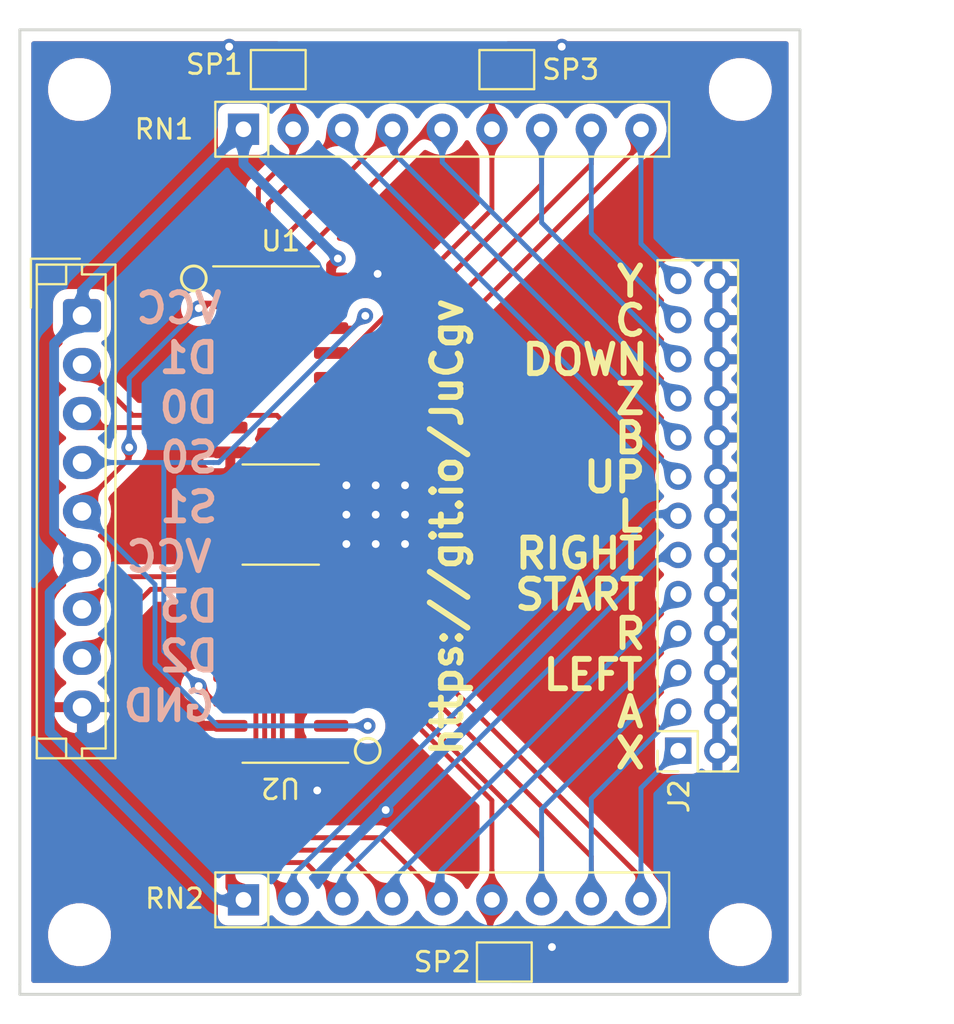
<source format=kicad_pcb>
(kicad_pcb (version 20171130) (host pcbnew "(5.1.10)-1")
  (layers (0 F.Cu signal) (31 B.Cu signal) (34 B.Paste user) (35 F.Paste user) (36 B.SilkS user) (37 F.SilkS user) (38 B.Mask user) (39 F.Mask user) (44 Edge.Cuts user))
  (net 0 "")
  (net 1 GND)
  (net 2 D2)
  (net 3 D3)
  (net 4 VCC)
  (net 5 S1)
  (net 6 S0)
  (net 7 D0)
  (net 8 D1)
  (net 9 UP)
  (net 10 DOWN)
  (net 11 LEFT)
  (net 12 RIGHT)
  (net 13 X)
  (net 14 Y)
  (net 15 Z)
  (net 16 START)
  (net 17 A)
  (net 18 B)
  (net 19 C)
  (net 20 R)
  (net 21 L)
  (net 22 3C3)
  (net 23 1C3)
  (net 24 2C3)
  (module MountingHole:MountingHole_2.2mm_M2_DIN965 (layer F.Cu) (at 151.13 43.688)
    (fp_text reference REF**)
    (fp_text value MountingHole_2.2mm_M2_DIN965)
    (pad 1 np_thru_hole circle (at 0 0) (size 2.2 2.2) (drill 2.2) (layers *.Cu *.Mask))
  )
  (module MountingHole:MountingHole_2.2mm_M2_DIN965 (layer F.Cu) (at 117.348 86.868)
    (fp_text reference REF**)
    (fp_text value MountingHole_2.2mm_M2_DIN965)
    (pad 1 np_thru_hole circle (at 0 0) (size 2.2 2.2) (drill 2.2) (layers *.Cu *.Mask))
  )
  (module MountingHole:MountingHole_2.2mm_M2_DIN965 (layer F.Cu) (at 151.13 86.868)
    (fp_text reference REF**)
    (fp_text value MountingHole_2.2mm_M2_DIN965)
    (pad 1 np_thru_hole circle (at 0 0) (size 2.2 2.2) (drill 2.2) (layers *.Cu *.Mask))
  )
  (module MountingHole:MountingHole_2.2mm_M2_DIN965 (layer F.Cu) (at 117.348 43.688)
    (fp_text reference REF**)
    (fp_text value MountingHole_2.2mm_M2_DIN965)
    (pad 1 np_thru_hole circle (at 0 0) (size 2.2 2.2) (drill 2.2) (layers *.Cu *.Mask))
  )
  (module Connector_JST:JST_EH_B9B-EH-A_1x09_P2.50mm_Vertical (layer F.Cu) (at 117.475 55.245 270)
    (fp_text reference J1 hide)
    (fp_text value Conn_01x09)
    (pad 9 thru_hole oval (at 20 0 270) (size 1.7 1.95) (drill 0.95) (layers *.Cu *.Mask) (net 1 GND))
    (pad 8 thru_hole oval (at 17.5 0 270) (size 1.7 1.95) (drill 0.95) (layers *.Cu *.Mask) (net 2 D2))
    (pad 7 thru_hole oval (at 15 0 270) (size 1.7 1.95) (drill 0.95) (layers *.Cu *.Mask) (net 3 D3))
    (pad 6 thru_hole oval (at 12.5 0 270) (size 1.7 1.95) (drill 0.95) (layers *.Cu *.Mask) (net 4 VCC))
    (pad 5 thru_hole oval (at 10 0 270) (size 1.7 1.95) (drill 0.95) (layers *.Cu *.Mask) (net 5 S1))
    (pad 4 thru_hole oval (at 7.5 0 270) (size 1.7 1.95) (drill 0.95) (layers *.Cu *.Mask) (net 6 S0))
    (pad 3 thru_hole oval (at 5 0 270) (size 1.7 1.95) (drill 0.95) (layers *.Cu *.Mask) (net 7 D0))
    (pad 2 thru_hole oval (at 2.5 0 270) (size 1.7 1.95) (drill 0.95) (layers *.Cu *.Mask) (net 8 D1))
    (pad 1 thru_hole roundrect (at 0 0 270) (size 1.7 1.95) (drill 0.95) (layers *.Cu *.Mask) (roundrect_rratio 0.1470588235294118) (net 4 VCC))
  )
  (module Package_SO:SO-16_3.9x9.9mm_P1.27mm (layer F.Cu) (at 127.635 73.025 180)
    (fp_text reference U2 (at 0 -6.35 180 unlocked) (layer F.SilkS))
    (fp_text value 74LS153)
    (pad 16 smd roundrect (at 2.575 -4.445 180) (size 1.75 0.6) (layers F.Cu F.Paste F.Mask) (net 4 VCC))
    (pad 15 smd roundrect (at 2.575 -3.175 180) (size 1.75 0.6) (layers F.Cu F.Paste F.Mask) (net 1 GND))
    (pad 14 smd roundrect (at 2.575 -1.905 180) (size 1.75 0.6) (layers F.Cu F.Paste F.Mask) (net 6 S0))
    (pad 13 smd roundrect (at 2.575 -0.635 180) (size 1.75 0.6) (layers F.Cu F.Paste F.Mask) (net 21 L))
    (pad 12 smd roundrect (at 2.575 0.635 180) (size 1.75 0.6) (layers F.Cu F.Paste F.Mask) (net 12 RIGHT))
    (pad 11 smd roundrect (at 2.575 1.905 180) (size 1.75 0.6) (layers F.Cu F.Paste F.Mask) (net 16 START))
    (pad 10 smd roundrect (at 2.575 3.175 180) (size 1.75 0.6) (layers F.Cu F.Paste F.Mask) (net 20 R))
    (pad 9 smd roundrect (at 2.575 4.445 180) (size 1.75 0.6) (layers F.Cu F.Paste F.Mask) (net 3 D3))
    (pad 8 smd roundrect (at -2.575 4.445 180) (size 1.75 0.6) (layers F.Cu F.Paste F.Mask) (net 1 GND))
    (pad 7 smd roundrect (at -2.575 3.175 180) (size 1.75 0.6) (layers F.Cu F.Paste F.Mask) (net 2 D2))
    (pad 6 smd roundrect (at -2.575 1.905 180) (size 1.75 0.6) (layers F.Cu F.Paste F.Mask) (net 13 X))
    (pad 5 smd roundrect (at -2.575 0.635 180) (size 1.75 0.6) (layers F.Cu F.Paste F.Mask) (net 17 A))
    (pad 4 smd roundrect (at -2.575 -0.635 180) (size 1.75 0.6) (layers F.Cu F.Paste F.Mask) (net 11 LEFT))
    (pad 3 smd roundrect (at -2.575 -1.905 180) (size 1.75 0.6) (layers F.Cu F.Paste F.Mask) (net 24 2C3))
    (pad 2 smd roundrect (at -2.575 -3.175 180) (size 1.75 0.6) (layers F.Cu F.Paste F.Mask) (net 5 S1))
    (pad 1 smd roundrect (at -2.575 -4.445 180) (size 1.75 0.6) (layers F.Cu F.Paste F.Mask) (net 1 GND))
  )
  (module Package_SO:SO-16_3.9x9.9mm_P1.27mm (layer F.Cu) (at 127.635 57.785)
    (fp_text reference U1 (at 0 -6.35) (layer F.SilkS))
    (fp_text value 74LS153)
    (pad 16 smd roundrect (at 2.575 -4.445) (size 1.75 0.6) (layers F.Cu F.Paste F.Mask) (net 4 VCC))
    (pad 15 smd roundrect (at 2.575 -3.175) (size 1.75 0.6) (layers F.Cu F.Paste F.Mask) (net 1 GND))
    (pad 14 smd roundrect (at 2.575 -1.905) (size 1.75 0.6) (layers F.Cu F.Paste F.Mask) (net 6 S0))
    (pad 13 smd roundrect (at 2.575 -0.635) (size 1.75 0.6) (layers F.Cu F.Paste F.Mask) (net 22 3C3))
    (pad 12 smd roundrect (at 2.575 0.635) (size 1.75 0.6) (layers F.Cu F.Paste F.Mask) (net 10 DOWN))
    (pad 11 smd roundrect (at 2.575 1.905) (size 1.75 0.6) (layers F.Cu F.Paste F.Mask) (net 19 C))
    (pad 10 smd roundrect (at 2.575 3.175) (size 1.75 0.6) (layers F.Cu F.Paste F.Mask) (net 14 Y))
    (pad 9 smd roundrect (at 2.575 4.445) (size 1.75 0.6) (layers F.Cu F.Paste F.Mask) (net 8 D1))
    (pad 8 smd roundrect (at -2.575 4.445) (size 1.75 0.6) (layers F.Cu F.Paste F.Mask) (net 1 GND))
    (pad 7 smd roundrect (at -2.575 3.175) (size 1.75 0.6) (layers F.Cu F.Paste F.Mask) (net 7 D0))
    (pad 6 smd roundrect (at -2.575 1.905) (size 1.75 0.6) (layers F.Cu F.Paste F.Mask) (net 15 Z))
    (pad 5 smd roundrect (at -2.575 0.635) (size 1.75 0.6) (layers F.Cu F.Paste F.Mask) (net 18 B))
    (pad 4 smd roundrect (at -2.575 -0.635) (size 1.75 0.6) (layers F.Cu F.Paste F.Mask) (net 9 UP))
    (pad 3 smd roundrect (at -2.575 -1.905) (size 1.75 0.6) (layers F.Cu F.Paste F.Mask) (net 23 1C3))
    (pad 2 smd roundrect (at -2.575 -3.175) (size 1.75 0.6) (layers F.Cu F.Paste F.Mask) (net 5 S1))
    (pad 1 smd roundrect (at -2.575 -4.445) (size 1.75 0.6) (layers F.Cu F.Paste F.Mask) (net 1 GND))
  )
  (module Connector_PinSocket_2.00mm:PinSocket_2x13_P2.00mm_Vertical (layer F.Cu) (at 147.955 77.47 180)
    (fp_text reference J2 (at -0.045 -2.33 90) (layer F.SilkS))
    (fp_text value Conn_02x13_Top_Bottom)
    (pad 26 thru_hole oval (at -2 24 180) (size 1.35 1.35) (drill 0.8) (layers *.Cu *.Mask) (net 1 GND))
    (pad 25 thru_hole oval (at 0 24 180) (size 1.35 1.35) (drill 0.8) (layers *.Cu *.Mask) (net 14 Y))
    (pad 24 thru_hole oval (at -2 22 180) (size 1.35 1.35) (drill 0.8) (layers *.Cu *.Mask) (net 1 GND))
    (pad 23 thru_hole oval (at 0 22 180) (size 1.35 1.35) (drill 0.8) (layers *.Cu *.Mask) (net 19 C))
    (pad 22 thru_hole oval (at -2 20 180) (size 1.35 1.35) (drill 0.8) (layers *.Cu *.Mask) (net 1 GND))
    (pad 21 thru_hole oval (at 0 20 180) (size 1.35 1.35) (drill 0.8) (layers *.Cu *.Mask) (net 10 DOWN))
    (pad 20 thru_hole oval (at -2 18 180) (size 1.35 1.35) (drill 0.8) (layers *.Cu *.Mask) (net 1 GND))
    (pad 19 thru_hole oval (at 0 18 180) (size 1.35 1.35) (drill 0.8) (layers *.Cu *.Mask) (net 15 Z))
    (pad 18 thru_hole oval (at -2 16 180) (size 1.35 1.35) (drill 0.8) (layers *.Cu *.Mask) (net 1 GND))
    (pad 17 thru_hole oval (at 0 16 180) (size 1.35 1.35) (drill 0.8) (layers *.Cu *.Mask) (net 18 B))
    (pad 16 thru_hole oval (at -2 14 180) (size 1.35 1.35) (drill 0.8) (layers *.Cu *.Mask) (net 1 GND))
    (pad 15 thru_hole oval (at 0 14 180) (size 1.35 1.35) (drill 0.8) (layers *.Cu *.Mask) (net 9 UP))
    (pad 14 thru_hole oval (at -2 12 180) (size 1.35 1.35) (drill 0.8) (layers *.Cu *.Mask) (net 1 GND))
    (pad 13 thru_hole oval (at 0 12 180) (size 1.35 1.35) (drill 0.8) (layers *.Cu *.Mask) (net 21 L))
    (pad 12 thru_hole oval (at -2 10 180) (size 1.35 1.35) (drill 0.8) (layers *.Cu *.Mask) (net 1 GND))
    (pad 11 thru_hole oval (at 0 10 180) (size 1.35 1.35) (drill 0.8) (layers *.Cu *.Mask) (net 12 RIGHT))
    (pad 10 thru_hole oval (at -2 8 180) (size 1.35 1.35) (drill 0.8) (layers *.Cu *.Mask) (net 1 GND))
    (pad 9 thru_hole oval (at 0 8 180) (size 1.35 1.35) (drill 0.8) (layers *.Cu *.Mask) (net 16 START))
    (pad 8 thru_hole oval (at -2 6 180) (size 1.35 1.35) (drill 0.8) (layers *.Cu *.Mask) (net 1 GND))
    (pad 7 thru_hole oval (at 0 6 180) (size 1.35 1.35) (drill 0.8) (layers *.Cu *.Mask) (net 20 R))
    (pad 6 thru_hole oval (at -2 4 180) (size 1.35 1.35) (drill 0.8) (layers *.Cu *.Mask) (net 1 GND))
    (pad 5 thru_hole oval (at 0 4 180) (size 1.35 1.35) (drill 0.8) (layers *.Cu *.Mask) (net 11 LEFT))
    (pad 4 thru_hole oval (at -2 2 180) (size 1.35 1.35) (drill 0.8) (layers *.Cu *.Mask) (net 1 GND))
    (pad 3 thru_hole oval (at 0 2 180) (size 1.35 1.35) (drill 0.8) (layers *.Cu *.Mask) (net 17 A))
    (pad 2 thru_hole oval (at -2 0 180) (size 1.35 1.35) (drill 0.8) (layers *.Cu *.Mask) (net 1 GND))
    (pad 1 thru_hole rect (at 0 0 180) (size 1.35 1.35) (drill 0.8) (layers *.Cu *.Mask) (net 13 X))
  )
  (module Jumper:SolderJumper-2_P1.3mm_Open_TrianglePad1.0x1.5mm (layer F.Cu) (at 139.192 42.672)
    (fp_text reference SP3 (at 3.265 0) (layer F.SilkS))
    (fp_text value SolderJumper_2_Open)
    (pad 1 smd custom (at -0.725 0) (size 0.3 0.3) (layers F.Cu F.Mask) (net 22 3C3) (options (clearance outline) (anchor rect)) (primitives (gr_poly (pts (xy -0.5 -0.75) (xy 0.5 -0.75) (xy 1 0) (xy 0.5 0.75) (xy -0.5 0.75)) (width 0))))
    (pad 2 smd custom (at 0.725 0) (size 0.3 0.3) (layers F.Cu F.Mask) (net 1 GND) (options (clearance outline) (anchor rect)) (primitives (gr_poly (pts (xy -0.65 -0.75) (xy 0.5 -0.75) (xy 0.5 0.75) (xy -0.65 0.75) (xy -0.15 0)) (width 0))))
  )
  (module Jumper:SolderJumper-2_P1.3mm_Open_TrianglePad1.0x1.5mm (layer F.Cu) (at 139.065 88.265)
    (fp_text reference SP2 (at -3.175 0) (layer F.SilkS))
    (fp_text value SolderJumper_2_Open)
    (pad 1 smd custom (at -0.725 0) (size 0.3 0.3) (layers F.Cu F.Mask) (net 24 2C3) (options (clearance outline) (anchor rect)) (primitives (gr_poly (pts (xy -0.5 -0.75) (xy 0.5 -0.75) (xy 1 0) (xy 0.5 0.75) (xy -0.5 0.75)) (width 0))))
    (pad 2 smd custom (at 0.725 0) (size 0.3 0.3) (layers F.Cu F.Mask) (net 1 GND) (options (clearance outline) (anchor rect)) (primitives (gr_poly (pts (xy -0.65 -0.75) (xy 0.5 -0.75) (xy 0.5 0.75) (xy -0.65 0.75) (xy -0.15 0)) (width 0))))
  )
  (module Jumper:SolderJumper-2_P1.3mm_Open_TrianglePad1.0x1.5mm (layer F.Cu) (at 127.508 42.672 180)
    (fp_text reference SP1 (at 3.265 0.262) (layer F.SilkS))
    (fp_text value SolderJumper_2_Open)
    (pad 1 smd custom (at -0.725 0 180) (size 0.3 0.3) (layers F.Cu F.Mask) (net 23 1C3) (options (clearance outline) (anchor rect)) (primitives (gr_poly (pts (xy -0.5 -0.75) (xy 0.5 -0.75) (xy 1 0) (xy 0.5 0.75) (xy -0.5 0.75)) (width 0))))
    (pad 2 smd custom (at 0.725 0 180) (size 0.3 0.3) (layers F.Cu F.Mask) (net 1 GND) (options (clearance outline) (anchor rect)) (primitives (gr_poly (pts (xy -0.65 -0.75) (xy 0.5 -0.75) (xy 0.5 0.75) (xy -0.65 0.75) (xy -0.15 0)) (width 0))))
  )
  (module Resistor_THT:R_Array_SIP9 (layer F.Cu) (at 125.73 85.09)
    (fp_text reference RN2 (at -3.526 -0.066) (layer F.SilkS))
    (fp_text value 10k)
    (pad 9 thru_hole oval (at 20.32 0) (size 1.6 1.6) (drill 0.8) (layers *.Cu *.Mask) (net 13 X))
    (pad 8 thru_hole oval (at 17.78 0) (size 1.6 1.6) (drill 0.8) (layers *.Cu *.Mask) (net 17 A))
    (pad 7 thru_hole oval (at 15.24 0) (size 1.6 1.6) (drill 0.8) (layers *.Cu *.Mask) (net 11 LEFT))
    (pad 6 thru_hole oval (at 12.7 0) (size 1.6 1.6) (drill 0.8) (layers *.Cu *.Mask) (net 24 2C3))
    (pad 5 thru_hole oval (at 10.16 0) (size 1.6 1.6) (drill 0.8) (layers *.Cu *.Mask) (net 20 R))
    (pad 4 thru_hole oval (at 7.62 0) (size 1.6 1.6) (drill 0.8) (layers *.Cu *.Mask) (net 16 START))
    (pad 3 thru_hole oval (at 5.08 0) (size 1.6 1.6) (drill 0.8) (layers *.Cu *.Mask) (net 12 RIGHT))
    (pad 2 thru_hole oval (at 2.54 0) (size 1.6 1.6) (drill 0.8) (layers *.Cu *.Mask) (net 21 L))
    (pad 1 thru_hole rect (at 0 0) (size 1.6 1.6) (drill 0.8) (layers *.Cu *.Mask) (net 4 VCC))
  )
  (module Resistor_THT:R_Array_SIP9 (layer F.Cu) (at 125.73 45.72)
    (fp_text reference RN1 (at -4.064 0) (layer F.SilkS))
    (fp_text value 10k)
    (pad 9 thru_hole oval (at 20.32 0) (size 1.6 1.6) (drill 0.8) (layers *.Cu *.Mask) (net 14 Y))
    (pad 8 thru_hole oval (at 17.78 0) (size 1.6 1.6) (drill 0.8) (layers *.Cu *.Mask) (net 19 C))
    (pad 7 thru_hole oval (at 15.24 0) (size 1.6 1.6) (drill 0.8) (layers *.Cu *.Mask) (net 10 DOWN))
    (pad 6 thru_hole oval (at 12.7 0) (size 1.6 1.6) (drill 0.8) (layers *.Cu *.Mask) (net 22 3C3))
    (pad 5 thru_hole oval (at 10.16 0) (size 1.6 1.6) (drill 0.8) (layers *.Cu *.Mask) (net 15 Z))
    (pad 4 thru_hole oval (at 7.62 0) (size 1.6 1.6) (drill 0.8) (layers *.Cu *.Mask) (net 18 B))
    (pad 3 thru_hole oval (at 5.08 0) (size 1.6 1.6) (drill 0.8) (layers *.Cu *.Mask) (net 9 UP))
    (pad 2 thru_hole oval (at 2.54 0) (size 1.6 1.6) (drill 0.8) (layers *.Cu *.Mask) (net 23 1C3))
    (pad 1 thru_hole rect (at 0 0) (size 1.6 1.6) (drill 0.8) (layers *.Cu *.Mask) (net 4 VCC))
  )
  (gr_text https://git.io/JuCgv (at 136.144 66.04 90) (layer F.SilkS) (effects (font (size 1.5 1.5) (thickness 0.3))))
  (gr_text GND (at 121.92 75.184) (layer B.SilkS) (effects (font (size 1.5 1.5) (thickness 0.3)) (justify mirror)))
  (gr_text VCC (at 122.428 54.864) (layer B.SilkS) (effects (font (size 1.5 1.5) (thickness 0.3)) (justify mirror)))
  (gr_text D1 (at 122.936 57.404) (layer B.SilkS) (effects (font (size 1.5 1.5) (thickness 0.3)) (justify mirror)))
  (gr_text "D0\n" (at 122.936 59.944) (layer B.SilkS) (effects (font (size 1.5 1.5) (thickness 0.3)) (justify mirror)))
  (gr_text "S0\n" (at 122.936 62.484) (layer B.SilkS) (effects (font (size 1.5 1.5) (thickness 0.3)) (justify mirror)))
  (gr_text S1 (at 122.936 65.024) (layer B.SilkS) (effects (font (size 1.5 1.5) (thickness 0.3)) (justify mirror)))
  (gr_text VCC (at 121.92 67.564) (layer B.SilkS) (effects (font (size 1.5 1.5) (thickness 0.3)) (justify mirror)))
  (gr_text D3 (at 122.936 70.104) (layer B.SilkS) (effects (font (size 1.5 1.5) (thickness 0.3)) (justify mirror)))
  (gr_text D2 (at 122.936 72.644) (layer B.SilkS) (effects (font (size 1.5 1.5) (thickness 0.3)) (justify mirror)))
  (gr_text Y (at 145.5 53.5) (layer F.SilkS) (effects (font (size 1.5 1.5) (thickness 0.3))))
  (gr_text "DOWN\n" (at 143.2 57.5) (layer F.SilkS) (effects (font (size 1.5 1.5) (thickness 0.3))))
  (gr_text C (at 145.5 55.5) (layer F.SilkS) (effects (font (size 1.5 1.5) (thickness 0.3))))
  (gr_text "UP\n" (at 144.7 63.5) (layer F.SilkS) (effects (font (size 1.5 1.5) (thickness 0.3))))
  (gr_text Z (at 145.5 59.5) (layer F.SilkS) (effects (font (size 1.5 1.5) (thickness 0.3))))
  (gr_text L (at 145.5 65.5) (layer F.SilkS) (effects (font (size 1.5 1.5) (thickness 0.3))))
  (gr_text "B\n" (at 145.5 61.5) (layer F.SilkS) (effects (font (size 1.5 1.5) (thickness 0.3))))
  (gr_text START (at 142.9 69.5) (layer F.SilkS) (effects (font (size 1.5 1.5) (thickness 0.3))))
  (gr_text R (at 145.5 71.5) (layer F.SilkS) (effects (font (size 1.5 1.5) (thickness 0.3))))
  (gr_text "RIGHT\n" (at 142.9 67.4) (layer F.SilkS) (effects (font (size 1.5 1.5) (thickness 0.3))))
  (gr_text "LEFT\n" (at 143.6 73.6) (layer F.SilkS) (effects (font (size 1.5 1.5) (thickness 0.3))))
  (gr_text A (at 145.5 75.5) (layer F.SilkS) (effects (font (size 1.5 1.5) (thickness 0.3))))
  (gr_text X (at 145.5 77.6) (layer F.SilkS) (effects (font (size 1.5 1.5) (thickness 0.3))))
  (gr_line (start 154.178 40.64) (end 114.3 40.64) (layer Edge.Cuts) (width 0.15))
  (gr_line (start 154.178 89.916) (end 154.178 40.64) (layer Edge.Cuts) (width 0.15))
  (gr_line (start 114.3 89.916) (end 154.178 89.916) (layer Edge.Cuts) (width 0.15))
  (gr_line (start 114.3 89.408) (end 114.3 89.916) (layer Edge.Cuts) (width 0.15))
  (gr_line (start 114.3 40.64) (end 114.3 89.408) (layer Edge.Cuts) (width 0.15))
  (gr_circle (center 123.19 53.34) (end 123.825 53.34) (layer F.SilkS) (width 0.15))
  (gr_circle (center 132.08 77.47) (end 132.715 77.47) (layer F.SilkS) (width 0.15))
  (segment (start 131.085 54.61) (end 132.588 53.107) (width 0.25) (layer F.Cu) (net 1))
  (segment (start 130.21 54.61) (end 131.085 54.61) (width 0.25) (layer F.Cu) (net 1))
  (segment (start 132.588 53.107) (end 132.588 53.107) (width 0.25) (layer F.Cu) (net 1))
  (via (at 132.588 53.107) (size 0.8) (drill 0.4) (layers F.Cu B.Cu) (net 1))
  (via (at 125 41.5) (size 0.8) (drill 0.4) (layers F.Cu B.Cu) (net 1))
  (via (at 142 41.5) (size 0.8) (drill 0.4) (layers F.Cu B.Cu) (net 1))
  (segment (start 126.172 42.672) (end 125 41.5) (width 0.25) (layer F.Cu) (net 1))
  (segment (start 126.783 42.672) (end 126.172 42.672) (width 0.25) (layer F.Cu) (net 1))
  (segment (start 140.828 42.672) (end 142 41.5) (width 0.25) (layer F.Cu) (net 1))
  (segment (start 139.917 42.672) (end 140.828 42.672) (width 0.25) (layer F.Cu) (net 1))
  (via (at 129.5 79.5) (size 0.8) (drill 0.4) (layers F.Cu B.Cu) (net 1))
  (via (at 133 80.5) (size 0.8) (drill 0.4) (layers F.Cu B.Cu) (net 1))
  (segment (start 139.79 88.265) (end 141.235 88.265) (width 0.25) (layer F.Cu) (net 1))
  (via (at 141.5 87.5) (size 0.8) (drill 0.4) (layers F.Cu B.Cu) (net 1))
  (segment (start 141.5 88) (end 141.5 87.5) (width 0.25) (layer F.Cu) (net 1))
  (segment (start 141.235 88.265) (end 141.5 88) (width 0.25) (layer F.Cu) (net 1))
  (via (at 130.99 66.91) (size 0.8) (drill 0.4) (layers F.Cu B.Cu) (net 1))
  (via (at 130.99 65.41) (size 0.8) (drill 0.4) (layers F.Cu B.Cu) (net 1))
  (via (at 132.49 65.41) (size 0.8) (drill 0.4) (layers F.Cu B.Cu) (net 1))
  (via (at 132.49 66.91) (size 0.8) (drill 0.4) (layers F.Cu B.Cu) (net 1))
  (via (at 130.99 63.91) (size 0.8) (drill 0.4) (layers F.Cu B.Cu) (net 1))
  (via (at 132.49 63.91) (size 0.8) (drill 0.4) (layers F.Cu B.Cu) (net 1))
  (via (at 133.99 63.91) (size 0.8) (drill 0.4) (layers F.Cu B.Cu) (net 1))
  (via (at 133.99 65.41) (size 0.8) (drill 0.4) (layers F.Cu B.Cu) (net 1))
  (via (at 133.99 66.91) (size 0.8) (drill 0.4) (layers F.Cu B.Cu) (net 1))
  (segment (start 130.21 69.85) (end 127 69.85) (width 0.25) (layer F.Cu) (net 2))
  (segment (start 120.99501 69.22499) (end 117.475 72.745) (width 0.25) (layer F.Cu) (net 2))
  (segment (start 126.37499 69.22499) (end 120.99501 69.22499) (width 0.25) (layer F.Cu) (net 2))
  (segment (start 127 69.85) (end 126.37499 69.22499) (width 0.25) (layer F.Cu) (net 2))
  (segment (start 119.14 68.58) (end 125.06 68.58) (width 0.25) (layer F.Cu) (net 3))
  (segment (start 117.475 70.245) (end 119.14 68.58) (width 0.25) (layer F.Cu) (net 3))
  (segment (start 125.06 84.42) (end 125.73 85.09) (width 0.5) (layer F.Cu) (net 4))
  (segment (start 125.06 77.47) (end 125.06 84.42) (width 0.5) (layer F.Cu) (net 4))
  (segment (start 124.43 85.09) (end 115.824 76.484) (width 0.5) (layer B.Cu) (net 4))
  (segment (start 125.73 85.09) (end 124.43 85.09) (width 0.5) (layer B.Cu) (net 4))
  (segment (start 115.824 69.396) (end 117.475 67.745) (width 0.5) (layer B.Cu) (net 4))
  (segment (start 115.824 76.484) (end 115.824 69.396) (width 0.5) (layer B.Cu) (net 4))
  (segment (start 116.04999 56.67001) (end 117.475 55.245) (width 0.5) (layer B.Cu) (net 4))
  (segment (start 116.04999 66.31999) (end 116.04999 56.67001) (width 0.5) (layer B.Cu) (net 4))
  (segment (start 117.475 67.745) (end 116.04999 66.31999) (width 0.5) (layer B.Cu) (net 4))
  (segment (start 117.475 53.975) (end 125.73 45.72) (width 0.5) (layer B.Cu) (net 4))
  (segment (start 117.475 55.245) (end 117.475 53.975) (width 0.5) (layer B.Cu) (net 4))
  (via (at 130.556 52.324) (size 0.8) (drill 0.4) (layers F.Cu B.Cu) (net 4))
  (segment (start 130.21 52.67) (end 130.556 52.324) (width 0.5) (layer F.Cu) (net 4))
  (segment (start 130.21 53.34) (end 130.21 52.67) (width 0.5) (layer F.Cu) (net 4))
  (segment (start 125.73 47.498) (end 125.73 45.72) (width 0.5) (layer B.Cu) (net 4))
  (segment (start 130.556 52.324) (end 125.73 47.498) (width 0.5) (layer B.Cu) (net 4))
  (via (at 123.444 54.864) (size 0.8) (drill 0.4) (layers F.Cu B.Cu) (net 5))
  (segment (start 123.698 54.61) (end 123.444 54.864) (width 0.25) (layer F.Cu) (net 5))
  (segment (start 125.06 54.61) (end 123.698 54.61) (width 0.25) (layer F.Cu) (net 5))
  (via (at 119.888 61.976) (size 0.8) (drill 0.4) (layers F.Cu B.Cu) (net 5))
  (segment (start 119.888 58.42) (end 119.888 61.976) (width 0.25) (layer B.Cu) (net 5))
  (segment (start 123.444 54.864) (end 119.888 58.42) (width 0.25) (layer B.Cu) (net 5))
  (segment (start 117.475 64.954685) (end 117.475 65.245) (width 0.25) (layer F.Cu) (net 5))
  (segment (start 119.888 62.541685) (end 117.475 64.954685) (width 0.25) (layer F.Cu) (net 5))
  (segment (start 119.888 61.976) (end 119.888 62.541685) (width 0.25) (layer F.Cu) (net 5))
  (via (at 132.08 76.2) (size 0.8) (drill 0.4) (layers F.Cu B.Cu) (net 5))
  (segment (start 121.20899 73.005992) (end 124.402998 76.2) (width 0.25) (layer B.Cu) (net 5))
  (segment (start 121.20899 68.97899) (end 121.20899 73.005992) (width 0.25) (layer B.Cu) (net 5))
  (segment (start 124.402998 76.2) (end 132.08 76.2) (width 0.25) (layer B.Cu) (net 5))
  (segment (start 117.475 65.245) (end 121.20899 68.97899) (width 0.25) (layer B.Cu) (net 5))
  (segment (start 132.08 76.2) (end 130.21 76.2) (width 0.25) (layer F.Cu) (net 5))
  (segment (start 131.064 55.88) (end 130.21 55.88) (width 0.25) (layer F.Cu) (net 6))
  (via (at 123.444 74.168) (size 0.8) (drill 0.4) (layers F.Cu B.Cu) (net 6))
  (segment (start 124.206 74.93) (end 123.444 74.168) (width 0.25) (layer F.Cu) (net 6))
  (segment (start 125.06 74.93) (end 124.206 74.93) (width 0.25) (layer F.Cu) (net 6))
  (segment (start 121.659 72.383) (end 121.659 62.745) (width 0.25) (layer B.Cu) (net 6))
  (segment (start 123.444 74.168) (end 121.659 72.383) (width 0.25) (layer B.Cu) (net 6))
  (segment (start 121.659 62.745) (end 124.199 62.745) (width 0.25) (layer B.Cu) (net 6))
  (segment (start 117.475 62.745) (end 121.659 62.745) (width 0.25) (layer B.Cu) (net 6))
  (via (at 131.958847 55.250847) (size 0.8) (drill 0.4) (layers F.Cu B.Cu) (net 6))
  (segment (start 131.329694 55.88) (end 131.958847 55.250847) (width 0.25) (layer F.Cu) (net 6))
  (segment (start 130.21 55.88) (end 131.329694 55.88) (width 0.25) (layer F.Cu) (net 6))
  (segment (start 124.464694 62.745) (end 124.199 62.745) (width 0.25) (layer B.Cu) (net 6))
  (segment (start 131.958847 55.250847) (end 124.464694 62.745) (width 0.25) (layer B.Cu) (net 6))
  (segment (start 118.19 60.96) (end 125.06 60.96) (width 0.25) (layer F.Cu) (net 7))
  (segment (start 117.475 60.245) (end 118.19 60.96) (width 0.25) (layer F.Cu) (net 7))
  (segment (start 129.335 62.23) (end 130.21 62.23) (width 0.25) (layer F.Cu) (net 8))
  (segment (start 127.43999 60.33499) (end 129.335 62.23) (width 0.25) (layer F.Cu) (net 8))
  (segment (start 120.06499 60.33499) (end 127.43999 60.33499) (width 0.25) (layer F.Cu) (net 8))
  (segment (start 117.475 57.745) (end 120.06499 60.33499) (width 0.25) (layer F.Cu) (net 8))
  (segment (start 130.81 45.72) (end 127 49.53) (width 0.25) (layer F.Cu) (net 9))
  (segment (start 125.935 57.15) (end 125.06 57.15) (width 0.25) (layer F.Cu) (net 9))
  (segment (start 127 56.085) (end 125.935 57.15) (width 0.25) (layer F.Cu) (net 9))
  (segment (start 127 49.53) (end 127 56.085) (width 0.25) (layer F.Cu) (net 9))
  (segment (start 130.81 46.325) (end 130.81 45.72) (width 0.25) (layer B.Cu) (net 9))
  (segment (start 147.955 63.47) (end 130.81 46.325) (width 0.25) (layer B.Cu) (net 9))
  (segment (start 140.97 48.535) (end 140.97 45.72) (width 0.25) (layer F.Cu) (net 10))
  (segment (start 131.085 58.42) (end 140.97 48.535) (width 0.25) (layer F.Cu) (net 10))
  (segment (start 130.21 58.42) (end 131.085 58.42) (width 0.25) (layer F.Cu) (net 10))
  (segment (start 140.97 50.485) (end 140.97 45.72) (width 0.25) (layer B.Cu) (net 10))
  (segment (start 147.955 57.47) (end 140.97 50.485) (width 0.25) (layer B.Cu) (net 10))
  (segment (start 132.71641 73.66) (end 130.21 73.66) (width 0.25) (layer F.Cu) (net 11))
  (segment (start 140.97 81.91359) (end 132.71641 73.66) (width 0.25) (layer F.Cu) (net 11))
  (segment (start 140.97 85.09) (end 140.97 81.91359) (width 0.25) (layer F.Cu) (net 11))
  (segment (start 140.97 80.455) (end 147.955 73.47) (width 0.25) (layer B.Cu) (net 11))
  (segment (start 140.97 85.09) (end 140.97 80.455) (width 0.25) (layer B.Cu) (net 11))
  (segment (start 130.81 85.09) (end 128.904295 83.184295) (width 0.25) (layer F.Cu) (net 12))
  (segment (start 125.935 72.39) (end 125.06 72.39) (width 0.25) (layer F.Cu) (net 12))
  (segment (start 126.81501 73.27001) (end 125.935 72.39) (width 0.25) (layer F.Cu) (net 12))
  (segment (start 126.81501 82.36501) (end 126.81501 73.27001) (width 0.25) (layer F.Cu) (net 12))
  (segment (start 127.634295 83.184295) (end 126.81501 82.36501) (width 0.25) (layer F.Cu) (net 12))
  (segment (start 128.904295 83.184295) (end 127.634295 83.184295) (width 0.25) (layer F.Cu) (net 12))
  (segment (start 130.81 85.09) (end 130.81 83.82) (width 0.25) (layer B.Cu) (net 12))
  (segment (start 147.16 67.47) (end 147.955 67.47) (width 0.25) (layer B.Cu) (net 12))
  (segment (start 130.81 83.82) (end 147.16 67.47) (width 0.25) (layer B.Cu) (net 12))
  (segment (start 133.21137 71.12) (end 130.21 71.12) (width 0.25) (layer F.Cu) (net 13))
  (segment (start 146.05 83.95863) (end 133.21137 71.12) (width 0.25) (layer F.Cu) (net 13))
  (segment (start 146.05 85.09) (end 146.05 83.95863) (width 0.25) (layer F.Cu) (net 13))
  (segment (start 146.05 79.375) (end 147.955 77.47) (width 0.25) (layer B.Cu) (net 13))
  (segment (start 146.05 85.09) (end 146.05 79.375) (width 0.25) (layer B.Cu) (net 13))
  (segment (start 146.05 46.482) (end 146.05 45.72) (width 0.25) (layer F.Cu) (net 14))
  (segment (start 131.572 60.96) (end 146.05 46.482) (width 0.25) (layer F.Cu) (net 14))
  (segment (start 130.21 60.96) (end 131.572 60.96) (width 0.25) (layer F.Cu) (net 14))
  (segment (start 147.955 53.47) (end 146.304 51.819) (width 0.25) (layer B.Cu) (net 14))
  (segment (start 146.05 51.565) (end 146.304 51.819) (width 0.25) (layer B.Cu) (net 14))
  (segment (start 146.05 45.72) (end 146.05 51.565) (width 0.25) (layer B.Cu) (net 14))
  (segment (start 135.128 45.72) (end 135.89 45.72) (width 0.25) (layer F.Cu) (net 15))
  (segment (start 128.016 52.832) (end 135.128 45.72) (width 0.25) (layer F.Cu) (net 15))
  (segment (start 128.016 57.609) (end 128.016 52.832) (width 0.25) (layer F.Cu) (net 15))
  (segment (start 125.935 59.69) (end 128.016 57.609) (width 0.25) (layer F.Cu) (net 15))
  (segment (start 125.06 59.69) (end 125.935 59.69) (width 0.25) (layer F.Cu) (net 15))
  (segment (start 135.89 47.405) (end 135.89 45.72) (width 0.25) (layer B.Cu) (net 15))
  (segment (start 147.955 59.47) (end 135.89 47.405) (width 0.25) (layer B.Cu) (net 15))
  (segment (start 133.35 85.09) (end 130.809295 82.549295) (width 0.25) (layer F.Cu) (net 16))
  (segment (start 130.80859 82.55) (end 127.63641 82.55) (width 0.25) (layer F.Cu) (net 16))
  (segment (start 130.809295 82.549295) (end 130.80859 82.55) (width 0.25) (layer F.Cu) (net 16))
  (segment (start 125.935 71.12) (end 125.06 71.12) (width 0.25) (layer F.Cu) (net 16))
  (segment (start 127.26502 72.45002) (end 125.935 71.12) (width 0.25) (layer F.Cu) (net 16))
  (segment (start 127.26502 82.17861) (end 127.26502 72.45002) (width 0.25) (layer F.Cu) (net 16))
  (segment (start 127.63641 82.55) (end 127.26502 82.17861) (width 0.25) (layer F.Cu) (net 16))
  (segment (start 133.35 84.075) (end 147.955 69.47) (width 0.25) (layer B.Cu) (net 16))
  (segment (start 133.35 85.09) (end 133.35 84.075) (width 0.25) (layer B.Cu) (net 16))
  (segment (start 133.026768 72.39) (end 130.21 72.39) (width 0.25) (layer F.Cu) (net 17))
  (segment (start 143.51 82.873232) (end 133.026768 72.39) (width 0.25) (layer F.Cu) (net 17))
  (segment (start 143.51 85.09) (end 143.51 82.873232) (width 0.25) (layer F.Cu) (net 17))
  (segment (start 143.51 79.915) (end 147.955 75.47) (width 0.25) (layer B.Cu) (net 17))
  (segment (start 143.51 85.09) (end 143.51 79.915) (width 0.25) (layer B.Cu) (net 17))
  (segment (start 125.935 58.42) (end 127.508 56.847) (width 0.25) (layer F.Cu) (net 18))
  (segment (start 125.06 58.42) (end 125.935 58.42) (width 0.25) (layer F.Cu) (net 18))
  (segment (start 127.508 51.562) (end 133.35 45.72) (width 0.25) (layer F.Cu) (net 18))
  (segment (start 127.508 56.847) (end 127.508 51.562) (width 0.25) (layer F.Cu) (net 18))
  (segment (start 133.35 46.865) (end 133.35 45.72) (width 0.25) (layer B.Cu) (net 18))
  (segment (start 147.955 61.47) (end 133.35 46.865) (width 0.25) (layer B.Cu) (net 18))
  (segment (start 143.51 47.498) (end 143.51 45.72) (width 0.25) (layer F.Cu) (net 19))
  (segment (start 131.318 59.69) (end 143.51 47.498) (width 0.25) (layer F.Cu) (net 19))
  (segment (start 130.21 59.69) (end 131.318 59.69) (width 0.25) (layer F.Cu) (net 19))
  (segment (start 143.51 51.025) (end 143.51 45.72) (width 0.25) (layer B.Cu) (net 19))
  (segment (start 147.955 55.47) (end 143.51 51.025) (width 0.25) (layer B.Cu) (net 19))
  (segment (start 125.935 69.85) (end 127.71503 71.63003) (width 0.25) (layer F.Cu) (net 20))
  (segment (start 132.715 81.915) (end 135.89 85.09) (width 0.25) (layer F.Cu) (net 20))
  (segment (start 125.06 69.85) (end 125.935 69.85) (width 0.25) (layer F.Cu) (net 20))
  (segment (start 128.27 81.915) (end 127.71503 81.36003) (width 0.25) (layer F.Cu) (net 20))
  (segment (start 132.715 81.915) (end 128.27 81.915) (width 0.25) (layer F.Cu) (net 20))
  (segment (start 127.71503 81.36003) (end 127.71503 71.63003) (width 0.25) (layer F.Cu) (net 20))
  (segment (start 135.89 83.535) (end 135.89 85.09) (width 0.25) (layer B.Cu) (net 20))
  (segment (start 147.955 71.47) (end 135.89 83.535) (width 0.25) (layer B.Cu) (net 20))
  (segment (start 125.935 73.66) (end 126.365 74.09) (width 0.25) (layer F.Cu) (net 21))
  (segment (start 125.06 73.66) (end 125.935 73.66) (width 0.25) (layer F.Cu) (net 21))
  (segment (start 126.365 83.185) (end 128.27 85.09) (width 0.25) (layer F.Cu) (net 21))
  (segment (start 126.365 74.09) (end 126.365 83.185) (width 0.25) (layer F.Cu) (net 21))
  (segment (start 128.27 85.09) (end 128.27 83.82) (width 0.25) (layer B.Cu) (net 21))
  (segment (start 146.62 65.47) (end 147.955 65.47) (width 0.25) (layer B.Cu) (net 21))
  (segment (start 128.27 83.82) (end 146.62 65.47) (width 0.25) (layer B.Cu) (net 21))
  (segment (start 131.085 57.15) (end 130.21 57.15) (width 0.25) (layer F.Cu) (net 22))
  (segment (start 138.43 49.805) (end 131.085 57.15) (width 0.25) (layer F.Cu) (net 22))
  (segment (start 138.43 45.72) (end 138.43 49.805) (width 0.25) (layer F.Cu) (net 22))
  (segment (start 138.43 42.709) (end 138.467 42.672) (width 0.25) (layer F.Cu) (net 22))
  (segment (start 138.43 45.72) (end 138.43 42.709) (width 0.25) (layer F.Cu) (net 22))
  (segment (start 128.27 45.72) (end 128.27 46.99) (width 0.25) (layer F.Cu) (net 23))
  (segment (start 128.27 46.99) (end 126.492 48.768) (width 0.25) (layer F.Cu) (net 23))
  (segment (start 125.935 55.88) (end 125.06 55.88) (width 0.25) (layer F.Cu) (net 23))
  (segment (start 126.492 55.323) (end 125.935 55.88) (width 0.25) (layer F.Cu) (net 23))
  (segment (start 126.492 48.768) (end 126.492 55.323) (width 0.25) (layer F.Cu) (net 23))
  (segment (start 128.27 42.709) (end 128.233 42.672) (width 0.25) (layer F.Cu) (net 23))
  (segment (start 128.27 45.72) (end 128.27 42.709) (width 0.25) (layer F.Cu) (net 23))
  (segment (start 138.43 80.01) (end 138.43 85.09) (width 0.25) (layer F.Cu) (net 24))
  (segment (start 133.35 74.93) (end 138.43 80.01) (width 0.25) (layer F.Cu) (net 24))
  (segment (start 130.21 74.93) (end 133.35 74.93) (width 0.25) (layer F.Cu) (net 24))
  (segment (start 138.34 85.18) (end 138.43 85.09) (width 0.25) (layer F.Cu) (net 24))
  (segment (start 138.34 88.265) (end 138.34 85.18) (width 0.25) (layer F.Cu) (net 24))
  (zone (net 1) (net_name GND) (layer F.Cu) (connect_pads (clearance 0.508)) (min_thickness 0.254) (fill yes (arc_segments 32) (thermal_gap 0.508) (thermal_bridge_width 0.508))
    (polygon (pts (xy 160.528 90.424) (xy 113.792 90.424) (xy 113.792 40.132) (xy 160.528 40.132)))
  )
  (zone (net 1) (net_name GND) (layer B.Cu) (connect_pads (clearance 0.508)) (min_thickness 0.254) (fill yes (arc_segments 32) (thermal_gap 0.508) (thermal_bridge_width 0.508))
    (polygon (pts (xy 162.052 91.44) (xy 113.284 91.44) (xy 113.284 39.116) (xy 162.052 39.116)))
  )
  (zone (net 2) (net_name D2) (layer F.Cu) (priority 16962) (connect_pads yes (clearance 0.2)) (min_thickness 0.0254) (fill yes (arc_segments 32) (thermal_gap 0.508) (thermal_bridge_width 0.508))
    (polygon (pts (xy 118.581621 71.461602) (xy 118.43334 71.595313) (xy 118.297119 71.690278) (xy 118.169245 71.75389) (xy 118.046006 71.793538) (xy 117.923691 71.816613) (xy 117.798588 71.830507) (xy 117.666984 71.842609) (xy 117.525167 71.86031) (xy 117.369427 71.891002) (xy 117.196051 71.942076) (xy 117.17448 73.04552) (xy 118.277924 73.023949) (xy 118.328997 72.850572) (xy 118.359689 72.694832) (xy 118.37739 72.553015) (xy 118.389492 72.421411) (xy 118.403386 72.296308) (xy 118.426461 72.173993) (xy 118.466109 72.050754) (xy 118.529721 71.92288) (xy 118.624686 71.786659) (xy 118.758398 71.638379)))
  )
  (zone (net 3) (net_name D3) (layer F.Cu) (priority 16962) (connect_pads yes (clearance 0.2)) (min_thickness 0.0254) (fill yes (arc_segments 32) (thermal_gap 0.508) (thermal_bridge_width 0.508))
    (polygon (pts (xy 118.581621 68.961602) (xy 118.43334 69.095313) (xy 118.297119 69.190278) (xy 118.169245 69.25389) (xy 118.046006 69.293538) (xy 117.923691 69.316613) (xy 117.798588 69.330507) (xy 117.666984 69.342609) (xy 117.525167 69.36031) (xy 117.369427 69.391002) (xy 117.196051 69.442076) (xy 117.17448 70.54552) (xy 118.277924 70.523949) (xy 118.328997 70.350572) (xy 118.359689 70.194832) (xy 118.37739 70.053015) (xy 118.389492 69.921411) (xy 118.403386 69.796308) (xy 118.426461 69.673993) (xy 118.466109 69.550754) (xy 118.529721 69.42288) (xy 118.624686 69.286659) (xy 118.758398 69.138379)))
  )
  (zone (net 4) (net_name VCC) (layer F.Cu) (priority 16962) (connect_pads yes (clearance 0.2)) (min_thickness 0.0254) (fill yes (arc_segments 32) (thermal_gap 0.508) (thermal_bridge_width 0.508))
    (polygon (pts (xy 124.81 83.767524) (xy 124.81336 83.950575) (xy 124.82248 84.105551) (xy 124.835919 84.238748) (xy 124.85224 84.356458) (xy 124.87 84.464977) (xy 124.88776 84.570599) (xy 124.90408 84.679618) (xy 124.91752 84.798328) (xy 124.92664 84.933024) (xy 124.93 85.09) (xy 126.012842 85.372842) (xy 125.99254 84.334307) (xy 125.886416 84.300184) (xy 125.784054 84.270176) (xy 125.687199 84.24086) (xy 125.597596 84.208812) (xy 125.516991 84.170612) (xy 125.447127 84.122836) (xy 125.389752 84.062062) (xy 125.346608 83.984867) (xy 125.319443 83.887828) (xy 125.31 83.767524)))
  )
  (zone (net 4) (net_name VCC) (layer B.Cu) (priority 16962) (connect_pads yes (clearance 0.2)) (min_thickness 0.0254) (fill yes (arc_segments 32) (thermal_gap 0.508) (thermal_bridge_width 0.508))
    (polygon (pts (xy 124.041092 85.054645) (xy 124.171597 85.170529) (xy 124.293911 85.253157) (xy 124.40959 85.310352) (xy 124.520191 85.349936) (xy 124.62727 85.379732) (xy 124.732384 85.407562) (xy 124.837089 85.44125) (xy 124.942941 85.488618) (xy 125.051498 85.557489) (xy 125.164315 85.655685) (xy 126.13 85.09) (xy 125.381289 84.37) (xy 125.266348 84.436304) (xy 125.160323 84.514185) (xy 125.061226 84.596535) (xy 124.967072 84.676246) (xy 124.875871 84.746211) (xy 124.785639 84.799323) (xy 124.694387 84.828474) (xy 124.600128 84.826557) (xy 124.500877 84.786466) (xy 124.394645 84.701092)))
  )
  (zone (net 4) (net_name VCC) (layer B.Cu) (priority 16962) (connect_pads yes (clearance 0.2)) (min_thickness 0.0254) (fill yes (arc_segments 32) (thermal_gap 0.508) (thermal_bridge_width 0.508))
    (polygon (pts (xy 116.456767 69.116786) (xy 116.599274 68.984553) (xy 116.72885 68.884474) (xy 116.849277 68.810769) (xy 116.964339 68.757661) (xy 117.07782 68.71937) (xy 117.193504 68.690118) (xy 117.315175 68.664126) (xy 117.446617 68.635615) (xy 117.591613 68.598807) (xy 117.753949 68.547924) (xy 117.77552 67.44448) (xy 116.672076 67.466051) (xy 116.621192 67.628386) (xy 116.584384 67.773382) (xy 116.555873 67.904824) (xy 116.529881 68.026495) (xy 116.500629 68.142179) (xy 116.462338 68.25566) (xy 116.40923 68.370722) (xy 116.335525 68.491149) (xy 116.235446 68.620725) (xy 116.103214 68.763233)))
  )
  (zone (net 4) (net_name VCC) (layer B.Cu) (priority 16962) (connect_pads yes (clearance 0.2)) (min_thickness 0.0254) (fill yes (arc_segments 32) (thermal_gap 0.508) (thermal_bridge_width 0.508))
    (polygon (pts (xy 116.456767 56.616786) (xy 116.599274 56.484553) (xy 116.72885 56.384474) (xy 116.849277 56.310769) (xy 116.964339 56.257661) (xy 117.07782 56.21937) (xy 117.193504 56.190118) (xy 117.315175 56.164126) (xy 117.446617 56.135615) (xy 117.591613 56.098807) (xy 117.753949 56.047924) (xy 117.77552 54.94448) (xy 116.672076 54.966051) (xy 116.621192 55.128386) (xy 116.584384 55.273382) (xy 116.555873 55.404824) (xy 116.529881 55.526495) (xy 116.500629 55.642179) (xy 116.462338 55.75566) (xy 116.40923 55.870722) (xy 116.335525 55.991149) (xy 116.235446 56.120725) (xy 116.103214 56.263233)))
  )
  (zone (net 4) (net_name VCC) (layer B.Cu) (priority 16962) (connect_pads yes (clearance 0.2)) (min_thickness 0.0254) (fill yes (arc_segments 32) (thermal_gap 0.508) (thermal_bridge_width 0.508))
    (polygon (pts (xy 116.103214 66.726767) (xy 116.235446 66.869274) (xy 116.335525 66.99885) (xy 116.40923 67.119277) (xy 116.462338 67.234339) (xy 116.500629 67.34782) (xy 116.529881 67.463504) (xy 116.555873 67.585175) (xy 116.584384 67.716617) (xy 116.621192 67.861613) (xy 116.672076 68.023949) (xy 117.77552 68.04552) (xy 117.753949 66.942076) (xy 117.591613 66.891192) (xy 117.446617 66.854384) (xy 117.315175 66.825873) (xy 117.193504 66.799881) (xy 117.07782 66.770629) (xy 116.964339 66.732338) (xy 116.849277 66.67923) (xy 116.72885 66.605525) (xy 116.599274 66.505446) (xy 116.456767 66.373214)))
  )
  (zone (net 4) (net_name VCC) (layer B.Cu) (priority 16962) (connect_pads yes (clearance 0.2)) (min_thickness 0.0254) (fill yes (arc_segments 32) (thermal_gap 0.508) (thermal_bridge_width 0.508))
    (polygon (pts (xy 124.782478 47.021076) (xy 124.915927 46.896798) (xy 125.037095 46.802024) (xy 125.149549 46.731501) (xy 125.25686 46.679978) (xy 125.362594 46.642201) (xy 125.470322 46.612919) (xy 125.583612 46.586879) (xy 125.706032 46.55883) (xy 125.841152 46.523518) (xy 125.99254 46.475693) (xy 126.012842 45.437158) (xy 124.974307 45.45746) (xy 124.926481 45.608847) (xy 124.891169 45.743967) (xy 124.86312 45.866387) (xy 124.83708 45.979677) (xy 124.807798 46.087405) (xy 124.770021 46.193139) (xy 124.718498 46.30045) (xy 124.647975 46.412904) (xy 124.553201 46.534072) (xy 124.428924 46.667522)))
  )
  (zone (net 4) (net_name VCC) (layer B.Cu) (priority 16962) (connect_pads yes (clearance 0.2)) (min_thickness 0.0254) (fill yes (arc_segments 32) (thermal_gap 0.508) (thermal_bridge_width 0.508))
    (polygon (pts (xy 117.602279 53.494168) (xy 117.476105 53.632143) (xy 117.381402 53.758878) (xy 117.310813 53.876671) (xy 117.256983 53.987821) (xy 117.212555 54.094628) (xy 117.170171 54.199389) (xy 117.122477 54.304404) (xy 117.062114 54.411972) (xy 116.981727 54.524391) (xy 116.87396 54.64396) (xy 117.475 55.67) (xy 118.24 54.874494) (xy 118.173443 54.755919) (xy 118.097756 54.645853) (xy 118.019539 54.542429) (xy 117.945396 54.443781) (xy 117.881929 54.348044) (xy 117.835741 54.253352) (xy 117.813435 54.15784) (xy 117.821613 54.05964) (xy 117.866877 53.956889) (xy 117.955832 53.847721)))
  )
  (zone (net 4) (net_name VCC) (layer F.Cu) (priority 16962) (connect_pads yes (clearance 0.2)) (min_thickness 0.0254) (fill yes (arc_segments 32) (thermal_gap 0.508) (thermal_bridge_width 0.508))
    (polygon (pts (xy 130.46 52.980682) (xy 130.462999 52.930336) (xy 130.471675 52.886771) (xy 130.485542 52.849315) (xy 130.504116 52.817297) (xy 130.526912 52.790047) (xy 130.553446 52.766895) (xy 130.583233 52.747169) (xy 130.61579 52.730199) (xy 130.65063 52.715315) (xy 130.68727 52.701846) (xy 130.697421 52.182579) (xy 130.156001 52.324) (xy 130.150512 52.394196) (xy 130.135616 52.455891) (xy 130.113664 52.511895) (xy 130.087008 52.56502) (xy 130.058 52.618075) (xy 130.028992 52.673871) (xy 130.002336 52.735219) (xy 129.980384 52.80493) (xy 129.965488 52.885814) (xy 129.96 52.980682)))
  )
  (zone (net 4) (net_name VCC) (layer B.Cu) (priority 16962) (connect_pads yes (clearance 0.2)) (min_thickness 0.0254) (fill yes (arc_segments 32) (thermal_gap 0.508) (thermal_bridge_width 0.508))
    (polygon (pts (xy 125.98 47.31) (xy 125.986485 47.127759) (xy 126.005148 46.975065) (xy 126.034799 46.84568) (xy 126.074246 46.733367) (xy 126.1223 46.631889) (xy 126.17777 46.535009) (xy 126.239465 46.436488) (xy 126.306195 46.33009) (xy 126.37677 46.209576) (xy 126.45 46.068711) (xy 125.73 45.32) (xy 125.01 46.068711) (xy 125.083229 46.209576) (xy 125.153804 46.33009) (xy 125.220534 46.436488) (xy 125.282229 46.535009) (xy 125.337699 46.631889) (xy 125.385753 46.733367) (xy 125.4252 46.84568) (xy 125.454851 46.975065) (xy 125.473514 47.127759) (xy 125.48 47.31)))
  )
  (zone (net 4) (net_name VCC) (layer B.Cu) (priority 16962) (connect_pads yes (clearance 0.2)) (min_thickness 0.0254) (fill yes (arc_segments 32) (thermal_gap 0.508) (thermal_bridge_width 0.508))
    (polygon (pts (xy 129.82061 51.942163) (xy 129.882319 52.004411) (xy 129.935476 52.059637) (xy 129.981125 52.109564) (xy 130.020311 52.155912) (xy 130.054077 52.200403) (xy 130.083468 52.24476) (xy 130.109527 52.290703) (xy 130.133298 52.339955) (xy 130.155825 52.394236) (xy 130.178154 52.45527) (xy 130.697421 52.465421) (xy 130.68727 51.946154) (xy 130.626236 51.923825) (xy 130.571955 51.901298) (xy 130.522703 51.877527) (xy 130.47676 51.851468) (xy 130.432403 51.822077) (xy 130.387912 51.788311) (xy 130.341564 51.749125) (xy 130.291637 51.703476) (xy 130.236411 51.650319) (xy 130.174163 51.58861)))
  )
  (zone (net 5) (net_name S1) (layer F.Cu) (priority 16962) (connect_pads yes (clearance 0.2)) (min_thickness 0.0254) (fill yes (arc_segments 32) (thermal_gap 0.508) (thermal_bridge_width 0.508))
    (polygon (pts (xy 124.158 54.485) (xy 124.05946 54.484412) (xy 123.975896 54.482816) (xy 123.903954 54.480463) (xy 123.84028 54.477608) (xy 123.781518 54.4745) (xy 123.724315 54.471392) (xy 123.665317 54.468536) (xy 123.601167 54.466184) (xy 123.528513 54.464588) (xy 123.444 54.464) (xy 123.288505 54.989782) (xy 123.805966 55.034236) (xy 123.830001 54.982447) (xy 123.852662 54.934517) (xy 123.875394 54.89082) (xy 123.899645 54.851731) (xy 123.926858 54.817627) (xy 123.958482 54.788882) (xy 123.995962 54.765871) (xy 124.040744 54.74897) (xy 124.094275 54.738555) (xy 124.158 54.735)))
  )
  (zone (net 5) (net_name S1) (layer B.Cu) (priority 16962) (connect_pads yes (clearance 0.2)) (min_thickness 0.0254) (fill yes (arc_segments 32) (thermal_gap 0.508) (thermal_bridge_width 0.508))
    (polygon (pts (xy 119.763 61.186) (xy 119.759733 61.276461) (xy 119.750341 61.352222) (xy 119.735435 61.416389) (xy 119.715625 61.472064) (xy 119.691523 61.522352) (xy 119.663738 61.570359) (xy 119.632883 61.619187) (xy 119.599567 61.671941) (xy 119.564403 61.731725) (xy 119.528 61.801645) (xy 119.888 62.176) (xy 120.248 61.801645) (xy 120.211596 61.731725) (xy 120.176432 61.671941) (xy 120.143116 61.619187) (xy 120.112261 61.570359) (xy 120.084476 61.522352) (xy 120.060374 61.472064) (xy 120.040564 61.416389) (xy 120.025658 61.352222) (xy 120.016266 61.276461) (xy 120.013 61.186)))
  )
  (zone (net 5) (net_name S1) (layer B.Cu) (priority 16962) (connect_pads yes (clearance 0.2)) (min_thickness 0.0254) (fill yes (arc_segments 32) (thermal_gap 0.508) (thermal_bridge_width 0.508))
    (polygon (pts (xy 122.973775 55.511002) (xy 123.04005 55.449346) (xy 123.100262 55.402415) (xy 123.156175 55.367583) (xy 123.20955 55.342222) (xy 123.262153 55.323706) (xy 123.315745 55.309407) (xy 123.372089 55.296699) (xy 123.432949 55.282953) (xy 123.500088 55.265545) (xy 123.57527 55.241846) (xy 123.585421 54.722579) (xy 123.066154 54.73273) (xy 123.042454 54.807911) (xy 123.025046 54.87505) (xy 123.0113 54.93591) (xy 122.998592 54.992254) (xy 122.984293 55.045846) (xy 122.965777 55.098449) (xy 122.940416 55.151824) (xy 122.905584 55.207737) (xy 122.858653 55.267949) (xy 122.796998 55.334225)))
  )
  (zone (net 5) (net_name S1) (layer F.Cu) (priority 16962) (connect_pads yes (clearance 0.2)) (min_thickness 0.0254) (fill yes (arc_segments 32) (thermal_gap 0.508) (thermal_bridge_width 0.508))
    (polygon (pts (xy 118.426058 63.82685) (xy 118.266295 63.972238) (xy 118.120197 64.078451) (xy 117.984154 64.153951) (xy 117.854562 64.207197) (xy 117.727814 64.24665) (xy 117.600301 64.280772) (xy 117.468419 64.318022) (xy 117.32856 64.366862) (xy 117.177117 64.435753) (xy 117.010484 64.533155) (xy 117.255909 65.609175) (xy 118.321515 65.321884) (xy 118.329601 65.153859) (xy 118.325686 65.00301) (xy 118.31594 64.865913) (xy 118.306535 64.739143) (xy 118.303642 64.619276) (xy 118.313431 64.502887) (xy 118.342073 64.386552) (xy 118.395741 64.266846) (xy 118.480604 64.140346) (xy 118.602835 64.003627)))
  )
  (zone (net 5) (net_name S1) (layer F.Cu) (priority 16962) (connect_pads yes (clearance 0.2)) (min_thickness 0.0254) (fill yes (arc_segments 32) (thermal_gap 0.508) (thermal_bridge_width 0.508))
    (polygon (pts (xy 119.810703 62.795759) (xy 119.871057 62.730454) (xy 119.917179 62.670897) (xy 119.952378 62.615899) (xy 119.979962 62.564273) (xy 120.00324 62.514832) (xy 120.025521 62.466388) (xy 120.050112 62.417755) (xy 120.080324 62.367744) (xy 120.119464 62.315169) (xy 120.170842 62.258842) (xy 119.888 61.776) (xy 119.528 62.150355) (xy 119.557295 62.203785) (xy 119.589683 62.25373) (xy 119.622445 62.30095) (xy 119.652862 62.346204) (xy 119.678217 62.390252) (xy 119.695791 62.433853) (xy 119.702867 62.477766) (xy 119.696727 62.522753) (xy 119.674653 62.569571) (xy 119.633926 62.618982)))
  )
  (zone (net 5) (net_name S1) (layer B.Cu) (priority 16962) (connect_pads yes (clearance 0.2)) (min_thickness 0.0254) (fill yes (arc_segments 32) (thermal_gap 0.508) (thermal_bridge_width 0.508))
    (polygon (pts (xy 131.29 76.325) (xy 131.380461 76.328266) (xy 131.456222 76.337658) (xy 131.520389 76.352564) (xy 131.576064 76.372374) (xy 131.626352 76.396476) (xy 131.674359 76.424261) (xy 131.723187 76.455116) (xy 131.775941 76.488432) (xy 131.835725 76.523596) (xy 131.905645 76.56) (xy 132.28 76.2) (xy 131.905645 75.84) (xy 131.835725 75.876403) (xy 131.775941 75.911567) (xy 131.723187 75.944883) (xy 131.674359 75.975738) (xy 131.626352 76.003523) (xy 131.576064 76.027625) (xy 131.520389 76.047435) (xy 131.456222 76.062341) (xy 131.380461 76.071733) (xy 131.29 76.075)))
  )
  (zone (net 5) (net_name S1) (layer B.Cu) (priority 16962) (connect_pads yes (clearance 0.2)) (min_thickness 0.0254) (fill yes (arc_segments 32) (thermal_gap 0.508) (thermal_bridge_width 0.508))
    (polygon (pts (xy 118.758398 66.351621) (xy 118.624686 66.20334) (xy 118.529721 66.067119) (xy 118.466109 65.939245) (xy 118.426461 65.816006) (xy 118.403386 65.693691) (xy 118.389492 65.568588) (xy 118.37739 65.436984) (xy 118.359689 65.295167) (xy 118.328997 65.139427) (xy 118.277924 64.966051) (xy 117.17448 64.94448) (xy 117.196051 66.047924) (xy 117.369427 66.098997) (xy 117.525167 66.129689) (xy 117.666984 66.14739) (xy 117.798588 66.159492) (xy 117.923691 66.173386) (xy 118.046006 66.196461) (xy 118.169245 66.236109) (xy 118.297119 66.299721) (xy 118.43334 66.394686) (xy 118.581621 66.528398)))
  )
  (zone (net 5) (net_name S1) (layer F.Cu) (priority 16962) (connect_pads yes (clearance 0.2)) (min_thickness 0.0254) (fill yes (arc_segments 32) (thermal_gap 0.508) (thermal_bridge_width 0.508))
    (polygon (pts (xy 131.29 76.325) (xy 131.380461 76.328266) (xy 131.456222 76.337658) (xy 131.520389 76.352564) (xy 131.576064 76.372374) (xy 131.626352 76.396476) (xy 131.674359 76.424261) (xy 131.723187 76.455116) (xy 131.775941 76.488432) (xy 131.835725 76.523596) (xy 131.905645 76.56) (xy 132.28 76.2) (xy 131.905645 75.84) (xy 131.835725 75.876403) (xy 131.775941 75.911567) (xy 131.723187 75.944883) (xy 131.674359 75.975738) (xy 131.626352 76.003523) (xy 131.576064 76.027625) (xy 131.520389 76.047435) (xy 131.456222 76.062341) (xy 131.380461 76.071733) (xy 131.29 76.075)))
  )
  (zone (net 6) (net_name S0) (layer F.Cu) (priority 16962) (connect_pads yes (clearance 0.2)) (min_thickness 0.0254) (fill yes (arc_segments 32) (thermal_gap 0.508) (thermal_bridge_width 0.508))
    (polygon (pts (xy 124.091002 74.638225) (xy 124.029346 74.571949) (xy 123.982415 74.511737) (xy 123.947583 74.455824) (xy 123.922222 74.402449) (xy 123.903706 74.349846) (xy 123.889407 74.296254) (xy 123.876699 74.23991) (xy 123.862953 74.17905) (xy 123.845545 74.111911) (xy 123.821846 74.03673) (xy 123.302579 74.026579) (xy 123.31273 74.545846) (xy 123.387911 74.569545) (xy 123.45505 74.586953) (xy 123.51591 74.600699) (xy 123.572254 74.613407) (xy 123.625846 74.627706) (xy 123.678449 74.646222) (xy 123.731824 74.671583) (xy 123.787737 74.706415) (xy 123.847949 74.753346) (xy 123.914225 74.815002)))
  )
  (zone (net 6) (net_name S0) (layer B.Cu) (priority 16962) (connect_pads yes (clearance 0.2)) (min_thickness 0.0254) (fill yes (arc_segments 32) (thermal_gap 0.508) (thermal_bridge_width 0.508))
    (polygon (pts (xy 122.796998 73.697775) (xy 122.858653 73.76405) (xy 122.905584 73.824262) (xy 122.940416 73.880175) (xy 122.965777 73.93355) (xy 122.984293 73.986153) (xy 122.998592 74.039745) (xy 123.0113 74.096089) (xy 123.025046 74.156949) (xy 123.042454 74.224088) (xy 123.066154 74.29927) (xy 123.585421 74.309421) (xy 123.57527 73.790154) (xy 123.500088 73.766454) (xy 123.432949 73.749046) (xy 123.372089 73.7353) (xy 123.315745 73.722592) (xy 123.262153 73.708293) (xy 123.20955 73.689777) (xy 123.156175 73.664416) (xy 123.100262 73.629584) (xy 123.04005 73.582653) (xy 122.973775 73.520998)))
  )
  (zone (net 6) (net_name S0) (layer B.Cu) (priority 16962) (connect_pads yes (clearance 0.2)) (min_thickness 0.0254) (fill yes (arc_segments 32) (thermal_gap 0.508) (thermal_bridge_width 0.508))
    (polygon (pts (xy 119.165 62.62) (xy 118.965601 62.609697) (xy 118.802127 62.580526) (xy 118.666726 62.535085) (xy 118.551548 62.475978) (xy 118.448741 62.405804) (xy 118.350455 62.327167) (xy 118.24884 62.242666) (xy 118.136043 62.154904) (xy 118.004216 62.066481) (xy 117.845506 61.98) (xy 117.05 62.745) (xy 117.845506 63.51) (xy 118.004216 63.423518) (xy 118.136043 63.335095) (xy 118.24884 63.247333) (xy 118.350455 63.162832) (xy 118.448741 63.084195) (xy 118.551548 63.014021) (xy 118.666726 62.954914) (xy 118.802127 62.909473) (xy 118.965601 62.880302) (xy 119.165 62.87)))
  )
  (zone (net 6) (net_name S0) (layer F.Cu) (priority 16962) (connect_pads yes (clearance 0.2)) (min_thickness 0.0254) (fill yes (arc_segments 32) (thermal_gap 0.508) (thermal_bridge_width 0.508))
    (polygon (pts (xy 131.488622 55.897849) (xy 131.554897 55.836193) (xy 131.615109 55.789262) (xy 131.671022 55.75443) (xy 131.724397 55.729069) (xy 131.777 55.710553) (xy 131.830592 55.696254) (xy 131.886936 55.683546) (xy 131.947796 55.6698) (xy 132.014935 55.652392) (xy 132.090117 55.628693) (xy 132.100268 55.109426) (xy 131.581001 55.119577) (xy 131.557301 55.194758) (xy 131.539893 55.261897) (xy 131.526147 55.322757) (xy 131.513439 55.379101) (xy 131.49914 55.432693) (xy 131.480624 55.485296) (xy 131.455263 55.538671) (xy 131.420431 55.594584) (xy 131.3735 55.654796) (xy 131.311845 55.721072)))
  )
  (zone (net 6) (net_name S0) (layer B.Cu) (priority 16962) (connect_pads yes (clearance 0.2)) (min_thickness 0.0254) (fill yes (arc_segments 32) (thermal_gap 0.508) (thermal_bridge_width 0.508))
    (polygon (pts (xy 131.488622 55.897849) (xy 131.554897 55.836193) (xy 131.615109 55.789262) (xy 131.671022 55.75443) (xy 131.724397 55.729069) (xy 131.777 55.710553) (xy 131.830592 55.696254) (xy 131.886936 55.683546) (xy 131.947796 55.6698) (xy 132.014935 55.652392) (xy 132.090117 55.628693) (xy 132.100268 55.109426) (xy 131.581001 55.119577) (xy 131.557301 55.194758) (xy 131.539893 55.261897) (xy 131.526147 55.322757) (xy 131.513439 55.379101) (xy 131.49914 55.432693) (xy 131.480624 55.485296) (xy 131.455263 55.538671) (xy 131.420431 55.594584) (xy 131.3735 55.654796) (xy 131.311845 55.721072)))
  )
  (zone (net 7) (net_name D0) (layer F.Cu) (priority 16962) (connect_pads yes (clearance 0.2)) (min_thickness 0.0254) (fill yes (arc_segments 32) (thermal_gap 0.508) (thermal_bridge_width 0.508))
    (polygon (pts (xy 118.878837 60.835) (xy 118.737779 60.822562) (xy 118.628187 60.786915) (xy 118.545007 60.730558) (xy 118.483187 60.65599) (xy 118.437675 60.565707) (xy 118.40342 60.462211) (xy 118.37537 60.347998) (xy 118.348471 60.225568) (xy 118.317673 60.097419) (xy 118.277924 59.966051) (xy 117.17448 59.94448) (xy 117.475 61.095) (xy 117.645927 61.09472) (xy 117.791555 61.09396) (xy 117.918824 61.092839) (xy 118.034677 61.09148) (xy 118.146057 61.09) (xy 118.259906 61.08852) (xy 118.383166 61.08716) (xy 118.522779 61.08604) (xy 118.685689 61.08528) (xy 118.878837 61.085)))
  )
  (zone (net 8) (net_name D1) (layer F.Cu) (priority 16962) (connect_pads yes (clearance 0.2)) (min_thickness 0.0254) (fill yes (arc_segments 32) (thermal_gap 0.508) (thermal_bridge_width 0.508))
    (polygon (pts (xy 118.758398 58.851621) (xy 118.624686 58.70334) (xy 118.529721 58.567119) (xy 118.466109 58.439245) (xy 118.426461 58.316006) (xy 118.403386 58.193691) (xy 118.389492 58.068588) (xy 118.37739 57.936984) (xy 118.359689 57.795167) (xy 118.328997 57.639427) (xy 118.277924 57.466051) (xy 117.17448 57.44448) (xy 117.196051 58.547924) (xy 117.369427 58.598997) (xy 117.525167 58.629689) (xy 117.666984 58.64739) (xy 117.798588 58.659492) (xy 117.923691 58.673386) (xy 118.046006 58.696461) (xy 118.169245 58.736109) (xy 118.297119 58.799721) (xy 118.43334 58.894686) (xy 118.581621 59.028398)))
  )
  (zone (net 9) (net_name UP) (layer F.Cu) (priority 16962) (connect_pads yes (clearance 0.2)) (min_thickness 0.0254) (fill yes (arc_segments 32) (thermal_gap 0.508) (thermal_bridge_width 0.508))
    (polygon (pts (xy 129.774089 46.932687) (xy 129.913234 46.807004) (xy 130.040994 46.71739) (xy 130.160864 46.656982) (xy 130.276337 46.618922) (xy 130.390908 46.596349) (xy 130.508072 46.582404) (xy 130.631323 46.570225) (xy 130.764155 46.552954) (xy 130.910062 46.52373) (xy 131.07254 46.475693) (xy 131.092842 45.437158) (xy 130.054307 45.45746) (xy 130.006269 45.619937) (xy 129.977045 45.765844) (xy 129.959774 45.898676) (xy 129.947595 46.021927) (xy 129.93365 46.139091) (xy 129.911077 46.253662) (xy 129.873017 46.369135) (xy 129.812609 46.489005) (xy 129.722995 46.616765) (xy 129.597313 46.755911)))
  )
  (zone (net 9) (net_name UP) (layer B.Cu) (priority 16962) (connect_pads yes (clearance 0.2)) (min_thickness 0.0254) (fill yes (arc_segments 32) (thermal_gap 0.508) (thermal_bridge_width 0.508))
    (polygon (pts (xy 146.915554 62.607331) (xy 147.021649 62.72409) (xy 147.098344 62.831072) (xy 147.151171 62.931248) (xy 147.185663 63.027588) (xy 147.207352 63.123066) (xy 147.22177 63.220652) (xy 147.23445 63.323319) (xy 147.250924 63.434037) (xy 147.276724 63.55578) (xy 147.317384 63.691518) (xy 148.193648 63.708648) (xy 148.176518 62.832384) (xy 148.04078 62.791724) (xy 147.919037 62.765924) (xy 147.808319 62.74945) (xy 147.705652 62.73677) (xy 147.608066 62.722352) (xy 147.512588 62.700663) (xy 147.416248 62.666171) (xy 147.316072 62.613344) (xy 147.20909 62.536649) (xy 147.092331 62.430554)))
  )
  (zone (net 9) (net_name UP) (layer B.Cu) (priority 16962) (connect_pads yes (clearance 0.2)) (min_thickness 0.0254) (fill yes (arc_segments 32) (thermal_gap 0.508) (thermal_bridge_width 0.508))
    (polygon (pts (xy 131.640849 46.979073) (xy 131.543792 46.868702) (xy 131.478639 46.764964) (xy 131.441084 46.665587) (xy 131.426819 46.568301) (xy 131.431539 46.470835) (xy 131.450936 46.370918) (xy 131.480705 46.26628) (xy 131.51654 46.154649) (xy 131.554133 46.033754) (xy 131.589179 45.901326) (xy 130.721779 45.32985) (xy 130.244315 46.285685) (xy 130.377635 46.409216) (xy 130.499625 46.504637) (xy 130.613589 46.579446) (xy 130.722829 46.641142) (xy 130.830649 46.697222) (xy 130.940353 46.755186) (xy 131.055244 46.822532) (xy 131.178625 46.906759) (xy 131.3138 47.015365) (xy 131.464073 47.155849)))
  )
  (zone (net 10) (net_name DOWN) (layer F.Cu) (priority 16962) (connect_pads yes (clearance 0.2)) (min_thickness 0.0254) (fill yes (arc_segments 32) (thermal_gap 0.508) (thermal_bridge_width 0.508))
    (polygon (pts (xy 141.095 47.31) (xy 141.104519 47.122738) (xy 141.131492 46.969031) (xy 141.173538 46.841555) (xy 141.228278 46.732991) (xy 141.293331 46.636015) (xy 141.366317 46.543306) (xy 141.444857 46.447543) (xy 141.526571 46.341404) (xy 141.609078 46.217567) (xy 141.69 46.068711) (xy 140.97 45.32) (xy 140.25 46.068711) (xy 140.330921 46.217567) (xy 140.413428 46.341404) (xy 140.495142 46.447543) (xy 140.573682 46.543306) (xy 140.646668 46.636015) (xy 140.711721 46.732991) (xy 140.766461 46.841555) (xy 140.808507 46.969031) (xy 140.83548 47.122738) (xy 140.845 47.31)))
  )
  (zone (net 10) (net_name DOWN) (layer B.Cu) (priority 16962) (connect_pads yes (clearance 0.2)) (min_thickness 0.0254) (fill yes (arc_segments 32) (thermal_gap 0.508) (thermal_bridge_width 0.508))
    (polygon (pts (xy 141.095 47.31) (xy 141.104519 47.122738) (xy 141.131492 46.969031) (xy 141.173538 46.841555) (xy 141.228278 46.732991) (xy 141.293331 46.636015) (xy 141.366317 46.543306) (xy 141.444857 46.447543) (xy 141.526571 46.341404) (xy 141.609078 46.217567) (xy 141.69 46.068711) (xy 140.97 45.32) (xy 140.25 46.068711) (xy 140.330921 46.217567) (xy 140.413428 46.341404) (xy 140.495142 46.447543) (xy 140.573682 46.543306) (xy 140.646668 46.636015) (xy 140.711721 46.732991) (xy 140.766461 46.841555) (xy 140.808507 46.969031) (xy 140.83548 47.122738) (xy 140.845 47.31)))
  )
  (zone (net 10) (net_name DOWN) (layer B.Cu) (priority 16962) (connect_pads yes (clearance 0.2)) (min_thickness 0.0254) (fill yes (arc_segments 32) (thermal_gap 0.508) (thermal_bridge_width 0.508))
    (polygon (pts (xy 146.915554 56.607331) (xy 147.021649 56.72409) (xy 147.098344 56.831072) (xy 147.151171 56.931248) (xy 147.185663 57.027588) (xy 147.207352 57.123066) (xy 147.22177 57.220652) (xy 147.23445 57.323319) (xy 147.250924 57.434037) (xy 147.276724 57.55578) (xy 147.317384 57.691518) (xy 148.193648 57.708648) (xy 148.176518 56.832384) (xy 148.04078 56.791724) (xy 147.919037 56.765924) (xy 147.808319 56.74945) (xy 147.705652 56.73677) (xy 147.608066 56.722352) (xy 147.512588 56.700663) (xy 147.416248 56.666171) (xy 147.316072 56.613344) (xy 147.20909 56.536649) (xy 147.092331 56.430554)))
  )
  (zone (net 11) (net_name LEFT) (layer F.Cu) (priority 16962) (connect_pads yes (clearance 0.2)) (min_thickness 0.0254) (fill yes (arc_segments 32) (thermal_gap 0.508) (thermal_bridge_width 0.508))
    (polygon (pts (xy 140.845 83.5) (xy 140.83548 83.687261) (xy 140.808507 83.840968) (xy 140.766461 83.968444) (xy 140.711721 84.077008) (xy 140.646668 84.173984) (xy 140.573682 84.266693) (xy 140.495142 84.362456) (xy 140.413428 84.468595) (xy 140.330921 84.592432) (xy 140.25 84.741289) (xy 140.97 85.49) (xy 141.69 84.741289) (xy 141.609078 84.592432) (xy 141.526571 84.468595) (xy 141.444857 84.362456) (xy 141.366317 84.266693) (xy 141.293331 84.173984) (xy 141.228278 84.077008) (xy 141.173538 83.968444) (xy 141.131492 83.840968) (xy 141.104519 83.687261) (xy 141.095 83.5)))
  )
  (zone (net 11) (net_name LEFT) (layer B.Cu) (priority 16962) (connect_pads yes (clearance 0.2)) (min_thickness 0.0254) (fill yes (arc_segments 32) (thermal_gap 0.508) (thermal_bridge_width 0.508))
    (polygon (pts (xy 147.092331 74.509446) (xy 147.20909 74.40335) (xy 147.316072 74.326655) (xy 147.416248 74.273828) (xy 147.512588 74.239336) (xy 147.608066 74.217647) (xy 147.705652 74.203229) (xy 147.808319 74.190549) (xy 147.919037 74.174075) (xy 148.04078 74.148275) (xy 148.176518 74.107616) (xy 148.193648 73.231352) (xy 147.317384 73.248482) (xy 147.276724 73.384219) (xy 147.250924 73.505962) (xy 147.23445 73.61668) (xy 147.22177 73.719347) (xy 147.207352 73.816933) (xy 147.185663 73.912411) (xy 147.151171 74.008751) (xy 147.098344 74.108927) (xy 147.021649 74.215909) (xy 146.915554 74.332669)))
  )
  (zone (net 11) (net_name LEFT) (layer B.Cu) (priority 16962) (connect_pads yes (clearance 0.2)) (min_thickness 0.0254) (fill yes (arc_segments 32) (thermal_gap 0.508) (thermal_bridge_width 0.508))
    (polygon (pts (xy 140.845 83.5) (xy 140.83548 83.687261) (xy 140.808507 83.840968) (xy 140.766461 83.968444) (xy 140.711721 84.077008) (xy 140.646668 84.173984) (xy 140.573682 84.266693) (xy 140.495142 84.362456) (xy 140.413428 84.468595) (xy 140.330921 84.592432) (xy 140.25 84.741289) (xy 140.97 85.49) (xy 141.69 84.741289) (xy 141.609078 84.592432) (xy 141.526571 84.468595) (xy 141.444857 84.362456) (xy 141.366317 84.266693) (xy 141.293331 84.173984) (xy 141.228278 84.077008) (xy 141.173538 83.968444) (xy 141.131492 83.840968) (xy 141.104519 83.687261) (xy 141.095 83.5)))
  )
  (zone (net 12) (net_name RIGHT) (layer F.Cu) (priority 16962) (connect_pads yes (clearance 0.2)) (min_thickness 0.0254) (fill yes (arc_segments 32) (thermal_gap 0.508) (thermal_bridge_width 0.508))
    (polygon (pts (xy 129.597313 84.054089) (xy 129.722995 84.193234) (xy 129.812609 84.320994) (xy 129.873017 84.440864) (xy 129.911077 84.556337) (xy 129.93365 84.670908) (xy 129.947595 84.788072) (xy 129.959774 84.911323) (xy 129.977045 85.044155) (xy 130.006269 85.190062) (xy 130.054307 85.35254) (xy 131.092842 85.372842) (xy 131.07254 84.334307) (xy 130.910062 84.286269) (xy 130.764155 84.257045) (xy 130.631323 84.239774) (xy 130.508072 84.227595) (xy 130.390908 84.21365) (xy 130.276337 84.191077) (xy 130.160864 84.153017) (xy 130.040994 84.092609) (xy 129.913234 84.002995) (xy 129.774089 83.877313)))
  )
  (zone (net 12) (net_name RIGHT) (layer B.Cu) (priority 16962) (connect_pads yes (clearance 0.2)) (min_thickness 0.0254) (fill yes (arc_segments 32) (thermal_gap 0.508) (thermal_bridge_width 0.508))
    (polygon (pts (xy 130.954956 83.498267) (xy 130.83833 83.623723) (xy 130.748941 83.737083) (xy 130.680371 83.840979) (xy 130.626204 83.938041) (xy 130.580023 84.030903) (xy 130.53541 84.122195) (xy 130.48595 84.214551) (xy 130.425225 84.310601) (xy 130.346819 84.412979) (xy 130.244315 84.524315) (xy 130.81 85.49) (xy 131.53 84.741289) (xy 131.454848 84.612588) (xy 131.365981 84.49566) (xy 131.271487 84.387931) (xy 131.179452 84.286824) (xy 131.097962 84.189764) (xy 131.035105 84.094177) (xy 130.998966 83.997486) (xy 130.997634 83.897117) (xy 131.039193 83.790495) (xy 131.131733 83.675044)))
  )
  (zone (net 12) (net_name RIGHT) (layer B.Cu) (priority 16962) (connect_pads yes (clearance 0.2)) (min_thickness 0.0254) (fill yes (arc_segments 32) (thermal_gap 0.508) (thermal_bridge_width 0.508))
    (polygon (pts (xy 146.852409 67.954368) (xy 146.936578 67.883343) (xy 147.016503 67.841151) (xy 147.093498 67.823924) (xy 147.168876 67.827794) (xy 147.243952 67.848895) (xy 147.320039 67.883358) (xy 147.398451 67.927318) (xy 147.480502 67.976906) (xy 147.567505 68.028256) (xy 147.660775 68.0775) (xy 148.2925 67.47) (xy 147.477703 66.992703) (xy 147.381376 67.088548) (xy 147.298718 67.1699) (xy 147.225945 67.240749) (xy 147.159275 67.305081) (xy 147.094927 67.366886) (xy 147.029118 67.430152) (xy 146.958066 67.498867) (xy 146.877989 67.57702) (xy 146.785105 67.668598) (xy 146.675632 67.777591)))
  )
  (zone (net 13) (net_name X) (layer F.Cu) (priority 16962) (connect_pads yes (clearance 0.2)) (min_thickness 0.0254) (fill yes (arc_segments 32) (thermal_gap 0.508) (thermal_bridge_width 0.508))
    (polygon (pts (xy 145.630241 83.715647) (xy 145.719191 83.824733) (xy 145.763815 83.926707) (xy 145.770818 84.023692) (xy 145.74691 84.117812) (xy 145.6988 84.21119) (xy 145.633195 84.30595) (xy 145.556804 84.404216) (xy 145.476336 84.508112) (xy 145.398498 84.619762) (xy 145.33 84.741289) (xy 146.05 85.49) (xy 146.615685 84.524315) (xy 146.508671 84.412351) (xy 146.422293 84.312539) (xy 146.350993 84.221439) (xy 146.289209 84.135613) (xy 146.231382 84.051624) (xy 146.171952 83.966032) (xy 146.105361 83.875399) (xy 146.026048 83.776286) (xy 145.928453 83.665256) (xy 145.807017 83.538871)))
  )
  (zone (net 13) (net_name X) (layer B.Cu) (priority 16962) (connect_pads yes (clearance 0.2)) (min_thickness 0.0254) (fill yes (arc_segments 32) (thermal_gap 0.508) (thermal_bridge_width 0.508))
    (polygon (pts (xy 147.092331 78.509446) (xy 147.20909 78.40335) (xy 147.316072 78.326655) (xy 147.416248 78.273828) (xy 147.512588 78.239336) (xy 147.608066 78.217647) (xy 147.705652 78.203229) (xy 147.808319 78.190549) (xy 147.919037 78.174075) (xy 148.04078 78.148275) (xy 148.176518 78.107616) (xy 148.193648 77.231352) (xy 147.317384 77.248482) (xy 147.276724 77.384219) (xy 147.250924 77.505962) (xy 147.23445 77.61668) (xy 147.22177 77.719347) (xy 147.207352 77.816933) (xy 147.185663 77.912411) (xy 147.151171 78.008751) (xy 147.098344 78.108927) (xy 147.021649 78.215909) (xy 146.915554 78.332669)))
  )
  (zone (net 13) (net_name X) (layer B.Cu) (priority 16962) (connect_pads yes (clearance 0.2)) (min_thickness 0.0254) (fill yes (arc_segments 32) (thermal_gap 0.508) (thermal_bridge_width 0.508))
    (polygon (pts (xy 145.925 83.5) (xy 145.91548 83.687261) (xy 145.888507 83.840968) (xy 145.846461 83.968444) (xy 145.791721 84.077008) (xy 145.726668 84.173984) (xy 145.653682 84.266693) (xy 145.575142 84.362456) (xy 145.493428 84.468595) (xy 145.410921 84.592432) (xy 145.33 84.741289) (xy 146.05 85.49) (xy 146.77 84.741289) (xy 146.689078 84.592432) (xy 146.606571 84.468595) (xy 146.524857 84.362456) (xy 146.446317 84.266693) (xy 146.373331 84.173984) (xy 146.308278 84.077008) (xy 146.253538 83.968444) (xy 146.211492 83.840968) (xy 146.184519 83.687261) (xy 146.175 83.5)))
  )
  (zone (net 14) (net_name Y) (layer F.Cu) (priority 16962) (connect_pads yes (clearance 0.2)) (min_thickness 0.0254) (fill yes (arc_segments 32) (thermal_gap 0.508) (thermal_bridge_width 0.508))
    (polygon (pts (xy 145.530277 47.178499) (xy 145.669587 47.044581) (xy 145.791918 46.936887) (xy 145.901072 46.849303) (xy 146.000854 46.775715) (xy 146.095065 46.710007) (xy 146.187509 46.646067) (xy 146.28199 46.577778) (xy 146.382311 46.499028) (xy 146.492275 46.403702) (xy 146.615685 46.285685) (xy 146.071067 45.320556) (xy 145.312634 46.030307) (xy 145.36345 46.144203) (xy 145.413711 46.250003) (xy 145.459731 46.349346) (xy 145.497825 46.443872) (xy 145.524305 46.535222) (xy 145.535486 46.625035) (xy 145.527682 46.714952) (xy 145.497208 46.806612) (xy 145.440376 46.901656) (xy 145.353501 47.001723)))
  )
  (zone (net 14) (net_name Y) (layer B.Cu) (priority 16962) (connect_pads yes (clearance 0.2)) (min_thickness 0.0254) (fill yes (arc_segments 32) (thermal_gap 0.508) (thermal_bridge_width 0.508))
    (polygon (pts (xy 146.915554 52.607331) (xy 147.021649 52.72409) (xy 147.098344 52.831072) (xy 147.151171 52.931248) (xy 147.185663 53.027588) (xy 147.207352 53.123066) (xy 147.22177 53.220652) (xy 147.23445 53.323319) (xy 147.250924 53.434037) (xy 147.276724 53.55578) (xy 147.317384 53.691518) (xy 148.193648 53.708648) (xy 148.176518 52.832384) (xy 148.04078 52.791724) (xy 147.919037 52.765924) (xy 147.808319 52.74945) (xy 147.705652 52.73677) (xy 147.608066 52.722352) (xy 147.512588 52.700663) (xy 147.416248 52.666171) (xy 147.316072 52.613344) (xy 147.20909 52.536649) (xy 147.092331 52.430554)))
  )
  (zone (net 14) (net_name Y) (layer B.Cu) (priority 16962) (connect_pads yes (clearance 0.2)) (min_thickness 0.0254) (fill yes (arc_segments 32) (thermal_gap 0.508) (thermal_bridge_width 0.508))
    (polygon (pts (xy 146.175 47.31) (xy 146.184519 47.122738) (xy 146.211492 46.969031) (xy 146.253538 46.841555) (xy 146.308278 46.732991) (xy 146.373331 46.636015) (xy 146.446317 46.543306) (xy 146.524857 46.447543) (xy 146.606571 46.341404) (xy 146.689078 46.217567) (xy 146.77 46.068711) (xy 146.05 45.32) (xy 145.33 46.068711) (xy 145.410921 46.217567) (xy 145.493428 46.341404) (xy 145.575142 46.447543) (xy 145.653682 46.543306) (xy 145.726668 46.636015) (xy 145.791721 46.732991) (xy 145.846461 46.841555) (xy 145.888507 46.969031) (xy 145.91548 47.122738) (xy 145.925 47.31)))
  )
  (zone (net 15) (net_name Z) (layer F.Cu) (priority 16962) (connect_pads yes (clearance 0.2)) (min_thickness 0.0254) (fill yes (arc_segments 32) (thermal_gap 0.508) (thermal_bridge_width 0.508))
    (polygon (pts (xy 134.608277 46.416499) (xy 134.708343 46.329623) (xy 134.803387 46.272791) (xy 134.895047 46.242317) (xy 134.984964 46.234513) (xy 135.074777 46.245694) (xy 135.166127 46.272174) (xy 135.260653 46.310268) (xy 135.359996 46.356288) (xy 135.465796 46.406549) (xy 135.579693 46.457366) (xy 136.289444 45.698933) (xy 135.324315 45.154315) (xy 135.206297 45.277724) (xy 135.110971 45.387688) (xy 135.032221 45.488009) (xy 134.963932 45.58249) (xy 134.899992 45.674934) (xy 134.834284 45.769145) (xy 134.760696 45.868927) (xy 134.673112 45.978081) (xy 134.565418 46.100412) (xy 134.431501 46.239723)))
  )
  (zone (net 15) (net_name Z) (layer B.Cu) (priority 16962) (connect_pads yes (clearance 0.2)) (min_thickness 0.0254) (fill yes (arc_segments 32) (thermal_gap 0.508) (thermal_bridge_width 0.508))
    (polygon (pts (xy 136.015 47.31) (xy 136.024519 47.122738) (xy 136.051492 46.969031) (xy 136.093538 46.841555) (xy 136.148278 46.732991) (xy 136.213331 46.636015) (xy 136.286317 46.543306) (xy 136.364857 46.447543) (xy 136.446571 46.341404) (xy 136.529078 46.217567) (xy 136.61 46.068711) (xy 135.89 45.32) (xy 135.17 46.068711) (xy 135.250921 46.217567) (xy 135.333428 46.341404) (xy 135.415142 46.447543) (xy 135.493682 46.543306) (xy 135.566668 46.636015) (xy 135.631721 46.732991) (xy 135.686461 46.841555) (xy 135.728507 46.969031) (xy 135.75548 47.122738) (xy 135.765 47.31)))
  )
  (zone (net 15) (net_name Z) (layer B.Cu) (priority 16962) (connect_pads yes (clearance 0.2)) (min_thickness 0.0254) (fill yes (arc_segments 32) (thermal_gap 0.508) (thermal_bridge_width 0.508))
    (polygon (pts (xy 146.915554 58.607331) (xy 147.021649 58.72409) (xy 147.098344 58.831072) (xy 147.151171 58.931248) (xy 147.185663 59.027588) (xy 147.207352 59.123066) (xy 147.22177 59.220652) (xy 147.23445 59.323319) (xy 147.250924 59.434037) (xy 147.276724 59.55578) (xy 147.317384 59.691518) (xy 148.193648 59.708648) (xy 148.176518 58.832384) (xy 148.04078 58.791724) (xy 147.919037 58.765924) (xy 147.808319 58.74945) (xy 147.705652 58.73677) (xy 147.608066 58.722352) (xy 147.512588 58.700663) (xy 147.416248 58.666171) (xy 147.316072 58.613344) (xy 147.20909 58.536649) (xy 147.092331 58.430554)))
  )
  (zone (net 16) (net_name START) (layer F.Cu) (priority 16962) (connect_pads yes (clearance 0.2)) (min_thickness 0.0254) (fill yes (arc_segments 32) (thermal_gap 0.508) (thermal_bridge_width 0.508))
    (polygon (pts (xy 132.137313 84.054089) (xy 132.262995 84.193234) (xy 132.352609 84.320994) (xy 132.413017 84.440864) (xy 132.451077 84.556337) (xy 132.47365 84.670908) (xy 132.487595 84.788072) (xy 132.499774 84.911323) (xy 132.517045 85.044155) (xy 132.546269 85.190062) (xy 132.594307 85.35254) (xy 133.632842 85.372842) (xy 133.61254 84.334307) (xy 133.450062 84.286269) (xy 133.304155 84.257045) (xy 133.171323 84.239774) (xy 133.048072 84.227595) (xy 132.930908 84.21365) (xy 132.816337 84.191077) (xy 132.700864 84.153017) (xy 132.580994 84.092609) (xy 132.453234 84.002995) (xy 132.314089 83.877313)))
  )
  (zone (net 16) (net_name START) (layer B.Cu) (priority 16962) (connect_pads yes (clearance 0.2)) (min_thickness 0.0254) (fill yes (arc_segments 32) (thermal_gap 0.508) (thermal_bridge_width 0.508))
    (polygon (pts (xy 147.092331 70.509446) (xy 147.20909 70.40335) (xy 147.316072 70.326655) (xy 147.416248 70.273828) (xy 147.512588 70.239336) (xy 147.608066 70.217647) (xy 147.705652 70.203229) (xy 147.808319 70.190549) (xy 147.919037 70.174075) (xy 148.04078 70.148275) (xy 148.176518 70.107616) (xy 148.193648 69.231352) (xy 147.317384 69.248482) (xy 147.276724 69.384219) (xy 147.250924 69.505962) (xy 147.23445 69.61668) (xy 147.22177 69.719347) (xy 147.207352 69.816933) (xy 147.185663 69.912411) (xy 147.151171 70.008751) (xy 147.098344 70.108927) (xy 147.021649 70.215909) (xy 146.915554 70.332669)))
  )
  (zone (net 16) (net_name START) (layer B.Cu) (priority 16962) (connect_pads yes (clearance 0.2)) (min_thickness 0.0254) (fill yes (arc_segments 32) (thermal_gap 0.508) (thermal_bridge_width 0.508))
    (polygon (pts (xy 133.675269 83.572955) (xy 133.549309 83.700606) (xy 133.444648 83.809857) (xy 133.356372 83.904899) (xy 133.279564 83.989922) (xy 133.20931 84.069116) (xy 133.140695 84.146671) (xy 133.068803 84.226779) (xy 132.988719 84.313628) (xy 132.895528 84.41141) (xy 132.784315 84.524315) (xy 133.35 85.49) (xy 134.07 84.741289) (xy 134.006811 84.625358) (xy 133.937979 84.517985) (xy 133.869069 84.417357) (xy 133.805648 84.321664) (xy 133.75328 84.229096) (xy 133.717532 84.13784) (xy 133.703969 84.046087) (xy 133.718156 83.952025) (xy 133.765659 83.853843) (xy 133.852045 83.749731)))
  )
  (zone (net 17) (net_name A) (layer F.Cu) (priority 16962) (connect_pads yes (clearance 0.2)) (min_thickness 0.0254) (fill yes (arc_segments 32) (thermal_gap 0.508) (thermal_bridge_width 0.508))
    (polygon (pts (xy 143.385 83.5) (xy 143.37548 83.687261) (xy 143.348507 83.840968) (xy 143.306461 83.968444) (xy 143.251721 84.077008) (xy 143.186668 84.173984) (xy 143.113682 84.266693) (xy 143.035142 84.362456) (xy 142.953428 84.468595) (xy 142.870921 84.592432) (xy 142.79 84.741289) (xy 143.51 85.49) (xy 144.23 84.741289) (xy 144.149078 84.592432) (xy 144.066571 84.468595) (xy 143.984857 84.362456) (xy 143.906317 84.266693) (xy 143.833331 84.173984) (xy 143.768278 84.077008) (xy 143.713538 83.968444) (xy 143.671492 83.840968) (xy 143.644519 83.687261) (xy 143.635 83.5)))
  )
  (zone (net 17) (net_name A) (layer B.Cu) (priority 16962) (connect_pads yes (clearance 0.2)) (min_thickness 0.0254) (fill yes (arc_segments 32) (thermal_gap 0.508) (thermal_bridge_width 0.508))
    (polygon (pts (xy 147.092331 76.509446) (xy 147.20909 76.40335) (xy 147.316072 76.326655) (xy 147.416248 76.273828) (xy 147.512588 76.239336) (xy 147.608066 76.217647) (xy 147.705652 76.203229) (xy 147.808319 76.190549) (xy 147.919037 76.174075) (xy 148.04078 76.148275) (xy 148.176518 76.107616) (xy 148.193648 75.231352) (xy 147.317384 75.248482) (xy 147.276724 75.384219) (xy 147.250924 75.505962) (xy 147.23445 75.61668) (xy 147.22177 75.719347) (xy 147.207352 75.816933) (xy 147.185663 75.912411) (xy 147.151171 76.008751) (xy 147.098344 76.108927) (xy 147.021649 76.215909) (xy 146.915554 76.332669)))
  )
  (zone (net 17) (net_name A) (layer B.Cu) (priority 16962) (connect_pads yes (clearance 0.2)) (min_thickness 0.0254) (fill yes (arc_segments 32) (thermal_gap 0.508) (thermal_bridge_width 0.508))
    (polygon (pts (xy 143.385 83.5) (xy 143.37548 83.687261) (xy 143.348507 83.840968) (xy 143.306461 83.968444) (xy 143.251721 84.077008) (xy 143.186668 84.173984) (xy 143.113682 84.266693) (xy 143.035142 84.362456) (xy 142.953428 84.468595) (xy 142.870921 84.592432) (xy 142.79 84.741289) (xy 143.51 85.49) (xy 144.23 84.741289) (xy 144.149078 84.592432) (xy 144.066571 84.468595) (xy 143.984857 84.362456) (xy 143.906317 84.266693) (xy 143.833331 84.173984) (xy 143.768278 84.077008) (xy 143.713538 83.968444) (xy 143.671492 83.840968) (xy 143.644519 83.687261) (xy 143.635 83.5)))
  )
  (zone (net 18) (net_name B) (layer F.Cu) (priority 16962) (connect_pads yes (clearance 0.2)) (min_thickness 0.0254) (fill yes (arc_segments 32) (thermal_gap 0.508) (thermal_bridge_width 0.508))
    (polygon (pts (xy 132.314089 46.932687) (xy 132.453234 46.807004) (xy 132.580994 46.71739) (xy 132.700864 46.656982) (xy 132.816337 46.618922) (xy 132.930908 46.596349) (xy 133.048072 46.582404) (xy 133.171323 46.570225) (xy 133.304155 46.552954) (xy 133.450062 46.52373) (xy 133.61254 46.475693) (xy 133.632842 45.437158) (xy 132.594307 45.45746) (xy 132.546269 45.619937) (xy 132.517045 45.765844) (xy 132.499774 45.898676) (xy 132.487595 46.021927) (xy 132.47365 46.139091) (xy 132.451077 46.253662) (xy 132.413017 46.369135) (xy 132.352609 46.489005) (xy 132.262995 46.616765) (xy 132.137313 46.755911)))
  )
  (zone (net 18) (net_name B) (layer B.Cu) (priority 16962) (connect_pads yes (clearance 0.2)) (min_thickness 0.0254) (fill yes (arc_segments 32) (thermal_gap 0.508) (thermal_bridge_width 0.508))
    (polygon (pts (xy 133.760121 47.098345) (xy 133.670841 46.988652) (xy 133.626536 46.886227) (xy 133.620362 46.788905) (xy 133.645476 46.694521) (xy 133.695036 46.600912) (xy 133.762197 46.505911) (xy 133.840118 46.407355) (xy 133.921953 46.30308) (xy 134.000862 46.19092) (xy 134.07 46.068711) (xy 133.35 45.32) (xy 132.784315 46.285685) (xy 132.89086 46.397562) (xy 132.976447 46.497619) (xy 133.046714 46.589211) (xy 133.1073 46.675693) (xy 133.163845 46.760418) (xy 133.221989 46.846742) (xy 133.287372 46.93802) (xy 133.365632 47.037606) (xy 133.46241 47.148854) (xy 133.583345 47.275121)))
  )
  (zone (net 18) (net_name B) (layer B.Cu) (priority 16962) (connect_pads yes (clearance 0.2)) (min_thickness 0.0254) (fill yes (arc_segments 32) (thermal_gap 0.508) (thermal_bridge_width 0.508))
    (polygon (pts (xy 146.915554 60.607331) (xy 147.021649 60.72409) (xy 147.098344 60.831072) (xy 147.151171 60.931248) (xy 147.185663 61.027588) (xy 147.207352 61.123066) (xy 147.22177 61.220652) (xy 147.23445 61.323319) (xy 147.250924 61.434037) (xy 147.276724 61.55578) (xy 147.317384 61.691518) (xy 148.193648 61.708648) (xy 148.176518 60.832384) (xy 148.04078 60.791724) (xy 147.919037 60.765924) (xy 147.808319 60.74945) (xy 147.705652 60.73677) (xy 147.608066 60.722352) (xy 147.512588 60.700663) (xy 147.416248 60.666171) (xy 147.316072 60.613344) (xy 147.20909 60.536649) (xy 147.092331 60.430554)))
  )
  (zone (net 19) (net_name C) (layer F.Cu) (priority 16962) (connect_pads yes (clearance 0.2)) (min_thickness 0.0254) (fill yes (arc_segments 32) (thermal_gap 0.508) (thermal_bridge_width 0.508))
    (polygon (pts (xy 143.635 47.31) (xy 143.644519 47.122738) (xy 143.671492 46.969031) (xy 143.713538 46.841555) (xy 143.768278 46.732991) (xy 143.833331 46.636015) (xy 143.906317 46.543306) (xy 143.984857 46.447543) (xy 144.066571 46.341404) (xy 144.149078 46.217567) (xy 144.23 46.068711) (xy 143.51 45.32) (xy 142.79 46.068711) (xy 142.870921 46.217567) (xy 142.953428 46.341404) (xy 143.035142 46.447543) (xy 143.113682 46.543306) (xy 143.186668 46.636015) (xy 143.251721 46.732991) (xy 143.306461 46.841555) (xy 143.348507 46.969031) (xy 143.37548 47.122738) (xy 143.385 47.31)))
  )
  (zone (net 19) (net_name C) (layer B.Cu) (priority 16962) (connect_pads yes (clearance 0.2)) (min_thickness 0.0254) (fill yes (arc_segments 32) (thermal_gap 0.508) (thermal_bridge_width 0.508))
    (polygon (pts (xy 143.635 47.31) (xy 143.644519 47.122738) (xy 143.671492 46.969031) (xy 143.713538 46.841555) (xy 143.768278 46.732991) (xy 143.833331 46.636015) (xy 143.906317 46.543306) (xy 143.984857 46.447543) (xy 144.066571 46.341404) (xy 144.149078 46.217567) (xy 144.23 46.068711) (xy 143.51 45.32) (xy 142.79 46.068711) (xy 142.870921 46.217567) (xy 142.953428 46.341404) (xy 143.035142 46.447543) (xy 143.113682 46.543306) (xy 143.186668 46.636015) (xy 143.251721 46.732991) (xy 143.306461 46.841555) (xy 143.348507 46.969031) (xy 143.37548 47.122738) (xy 143.385 47.31)))
  )
  (zone (net 19) (net_name C) (layer B.Cu) (priority 16962) (connect_pads yes (clearance 0.2)) (min_thickness 0.0254) (fill yes (arc_segments 32) (thermal_gap 0.508) (thermal_bridge_width 0.508))
    (polygon (pts (xy 146.915554 54.607331) (xy 147.021649 54.72409) (xy 147.098344 54.831072) (xy 147.151171 54.931248) (xy 147.185663 55.027588) (xy 147.207352 55.123066) (xy 147.22177 55.220652) (xy 147.23445 55.323319) (xy 147.250924 55.434037) (xy 147.276724 55.55578) (xy 147.317384 55.691518) (xy 148.193648 55.708648) (xy 148.176518 54.832384) (xy 148.04078 54.791724) (xy 147.919037 54.765924) (xy 147.808319 54.74945) (xy 147.705652 54.73677) (xy 147.608066 54.722352) (xy 147.512588 54.700663) (xy 147.416248 54.666171) (xy 147.316072 54.613344) (xy 147.20909 54.536649) (xy 147.092331 54.430554)))
  )
  (zone (net 20) (net_name R) (layer F.Cu) (priority 16962) (connect_pads yes (clearance 0.2)) (min_thickness 0.0254) (fill yes (arc_segments 32) (thermal_gap 0.508) (thermal_bridge_width 0.508))
    (polygon (pts (xy 134.677313 84.054089) (xy 134.802995 84.193234) (xy 134.892609 84.320994) (xy 134.953017 84.440864) (xy 134.991077 84.556337) (xy 135.01365 84.670908) (xy 135.027595 84.788072) (xy 135.039774 84.911323) (xy 135.057045 85.044155) (xy 135.086269 85.190062) (xy 135.134307 85.35254) (xy 136.172842 85.372842) (xy 136.15254 84.334307) (xy 135.990062 84.286269) (xy 135.844155 84.257045) (xy 135.711323 84.239774) (xy 135.588072 84.227595) (xy 135.470908 84.21365) (xy 135.356337 84.191077) (xy 135.240864 84.153017) (xy 135.120994 84.092609) (xy 134.993234 84.002995) (xy 134.854089 83.877313)))
  )
  (zone (net 20) (net_name R) (layer B.Cu) (priority 16962) (connect_pads yes (clearance 0.2)) (min_thickness 0.0254) (fill yes (arc_segments 32) (thermal_gap 0.508) (thermal_bridge_width 0.508))
    (polygon (pts (xy 135.833432 83.414792) (xy 135.724569 83.540465) (xy 135.651271 83.659394) (xy 135.605031 83.77288) (xy 135.57734 83.882226) (xy 135.559691 83.988735) (xy 135.543576 84.09371) (xy 135.520489 84.198452) (xy 135.481921 84.304266) (xy 135.419366 84.412452) (xy 135.324315 84.524315) (xy 135.89 85.49) (xy 136.61 84.741289) (xy 136.520289 84.59648) (xy 136.407942 84.468208) (xy 136.283927 84.352757) (xy 136.159208 84.246414) (xy 136.044752 84.145463) (xy 135.951524 84.046188) (xy 135.890489 83.944877) (xy 135.872615 83.837813) (xy 135.908865 83.721281) (xy 136.010208 83.591568)))
  )
  (zone (net 20) (net_name R) (layer B.Cu) (priority 16962) (connect_pads yes (clearance 0.2)) (min_thickness 0.0254) (fill yes (arc_segments 32) (thermal_gap 0.508) (thermal_bridge_width 0.508))
    (polygon (pts (xy 147.092331 72.509446) (xy 147.20909 72.40335) (xy 147.316072 72.326655) (xy 147.416248 72.273828) (xy 147.512588 72.239336) (xy 147.608066 72.217647) (xy 147.705652 72.203229) (xy 147.808319 72.190549) (xy 147.919037 72.174075) (xy 148.04078 72.148275) (xy 148.176518 72.107616) (xy 148.193648 71.231352) (xy 147.317384 71.248482) (xy 147.276724 71.384219) (xy 147.250924 71.505962) (xy 147.23445 71.61668) (xy 147.22177 71.719347) (xy 147.207352 71.816933) (xy 147.185663 71.912411) (xy 147.151171 72.008751) (xy 147.098344 72.108927) (xy 147.021649 72.215909) (xy 146.915554 72.332669)))
  )
  (zone (net 21) (net_name L) (layer F.Cu) (priority 16962) (connect_pads yes (clearance 0.2)) (min_thickness 0.0254) (fill yes (arc_segments 32) (thermal_gap 0.508) (thermal_bridge_width 0.508))
    (polygon (pts (xy 127.057313 84.054089) (xy 127.182995 84.193234) (xy 127.272609 84.320994) (xy 127.333017 84.440864) (xy 127.371077 84.556337) (xy 127.39365 84.670908) (xy 127.407595 84.788072) (xy 127.419774 84.911323) (xy 127.437045 85.044155) (xy 127.466269 85.190062) (xy 127.514307 85.35254) (xy 128.552842 85.372842) (xy 128.53254 84.334307) (xy 128.370062 84.286269) (xy 128.224155 84.257045) (xy 128.091323 84.239774) (xy 127.968072 84.227595) (xy 127.850908 84.21365) (xy 127.736337 84.191077) (xy 127.620864 84.153017) (xy 127.500994 84.092609) (xy 127.373234 84.002995) (xy 127.234089 83.877313)))
  )
  (zone (net 21) (net_name L) (layer B.Cu) (priority 16962) (connect_pads yes (clearance 0.2)) (min_thickness 0.0254) (fill yes (arc_segments 32) (thermal_gap 0.508) (thermal_bridge_width 0.508))
    (polygon (pts (xy 128.414956 83.498267) (xy 128.29833 83.623723) (xy 128.208941 83.737083) (xy 128.140371 83.840979) (xy 128.086204 83.938041) (xy 128.040023 84.030903) (xy 127.99541 84.122195) (xy 127.94595 84.214551) (xy 127.885225 84.310601) (xy 127.806819 84.412979) (xy 127.704315 84.524315) (xy 128.27 85.49) (xy 128.99 84.741289) (xy 128.914848 84.612588) (xy 128.825981 84.49566) (xy 128.731487 84.387931) (xy 128.639452 84.286824) (xy 128.557962 84.189764) (xy 128.495105 84.094177) (xy 128.458966 83.997486) (xy 128.457634 83.897117) (xy 128.499193 83.790495) (xy 128.591733 83.675044)))
  )
  (zone (net 21) (net_name L) (layer B.Cu) (priority 16962) (connect_pads yes (clearance 0.2)) (min_thickness 0.0254) (fill yes (arc_segments 32) (thermal_gap 0.508) (thermal_bridge_width 0.508))
    (polygon (pts (xy 146.694246 65.57253) (xy 146.803373 65.487351) (xy 146.901487 65.45698) (xy 146.991678 65.47217) (xy 147.077037 65.523675) (xy 147.160654 65.602247) (xy 147.245619 65.698641) (xy 147.335024 65.80361) (xy 147.431957 65.907907) (xy 147.539511 66.002285) (xy 147.660775 66.0775) (xy 148.2925 65.47) (xy 147.477703 64.992703) (xy 147.382268 65.072536) (xy 147.289152 65.123306) (xy 147.197436 65.152617) (xy 147.106202 65.168075) (xy 147.014531 65.177283) (xy 146.921504 65.187847) (xy 146.826203 65.207371) (xy 146.72771 65.24346) (xy 146.625105 65.303719) (xy 146.51747 65.395754)))
  )
  (zone (net 22) (net_name 3C3) (layer F.Cu) (priority 16962) (connect_pads yes (clearance 0.2)) (min_thickness 0.0254) (fill yes (arc_segments 32) (thermal_gap 0.508) (thermal_bridge_width 0.508))
    (polygon (pts (xy 138.555 47.31) (xy 138.564519 47.122738) (xy 138.591492 46.969031) (xy 138.633538 46.841555) (xy 138.688278 46.732991) (xy 138.753331 46.636015) (xy 138.826317 46.543306) (xy 138.904857 46.447543) (xy 138.986571 46.341404) (xy 139.069078 46.217567) (xy 139.15 46.068711) (xy 138.43 45.32) (xy 137.71 46.068711) (xy 137.790921 46.217567) (xy 137.873428 46.341404) (xy 137.955142 46.447543) (xy 138.033682 46.543306) (xy 138.106668 46.636015) (xy 138.171721 46.732991) (xy 138.226461 46.841555) (xy 138.268507 46.969031) (xy 138.29548 47.122738) (xy 138.305 47.31)))
  )
  (zone (net 22) (net_name 3C3) (layer F.Cu) (priority 16962) (connect_pads yes (clearance 0.2)) (min_thickness 0.0254) (fill yes (arc_segments 32) (thermal_gap 0.508) (thermal_bridge_width 0.508))
    (polygon (pts (xy 138.305 44.13) (xy 138.29548 44.317261) (xy 138.268507 44.470968) (xy 138.226461 44.598444) (xy 138.171721 44.707008) (xy 138.106668 44.803984) (xy 138.033682 44.896693) (xy 137.955142 44.992456) (xy 137.873428 45.098595) (xy 137.790921 45.222432) (xy 137.71 45.371289) (xy 138.43 46.12) (xy 139.15 45.371289) (xy 139.069078 45.222432) (xy 138.986571 45.098595) (xy 138.904857 44.992456) (xy 138.826317 44.896693) (xy 138.753331 44.803984) (xy 138.688278 44.707008) (xy 138.633538 44.598444) (xy 138.591492 44.470968) (xy 138.564519 44.317261) (xy 138.555 44.13)))
  )
  (zone (net 23) (net_name 1C3) (layer F.Cu) (priority 16962) (connect_pads yes (clearance 0.2)) (min_thickness 0.0254) (fill yes (arc_segments 32) (thermal_gap 0.508) (thermal_bridge_width 0.508))
    (polygon (pts (xy 128.125044 47.311733) (xy 128.241669 47.186276) (xy 128.331058 47.072916) (xy 128.399628 46.96902) (xy 128.453795 46.871958) (xy 128.499976 46.779096) (xy 128.544589 46.687804) (xy 128.594049 46.595448) (xy 128.654774 46.499398) (xy 128.73318 46.39702) (xy 128.835685 46.285685) (xy 128.27 45.32) (xy 127.55 46.068711) (xy 127.625151 46.197411) (xy 127.714018 46.314339) (xy 127.808512 46.422068) (xy 127.900547 46.523175) (xy 127.982037 46.620235) (xy 128.044894 46.715822) (xy 128.081033 46.812513) (xy 128.082365 46.912882) (xy 128.040806 47.019504) (xy 127.948267 47.134956)))
  )
  (zone (net 23) (net_name 1C3) (layer F.Cu) (priority 16962) (connect_pads yes (clearance 0.2)) (min_thickness 0.0254) (fill yes (arc_segments 32) (thermal_gap 0.508) (thermal_bridge_width 0.508))
    (polygon (pts (xy 128.145 44.13) (xy 128.13548 44.317261) (xy 128.108507 44.470968) (xy 128.066461 44.598444) (xy 128.011721 44.707008) (xy 127.946668 44.803984) (xy 127.873682 44.896693) (xy 127.795142 44.992456) (xy 127.713428 45.098595) (xy 127.630921 45.222432) (xy 127.55 45.371289) (xy 128.27 46.12) (xy 128.99 45.371289) (xy 128.909078 45.222432) (xy 128.826571 45.098595) (xy 128.744857 44.992456) (xy 128.666317 44.896693) (xy 128.593331 44.803984) (xy 128.528278 44.707008) (xy 128.473538 44.598444) (xy 128.431492 44.470968) (xy 128.404519 44.317261) (xy 128.395 44.13)))
  )
  (zone (net 24) (net_name 2C3) (layer F.Cu) (priority 16962) (connect_pads yes (clearance 0.2)) (min_thickness 0.0254) (fill yes (arc_segments 32) (thermal_gap 0.508) (thermal_bridge_width 0.508))
    (polygon (pts (xy 138.305 83.5) (xy 138.29548 83.687261) (xy 138.268507 83.840968) (xy 138.226461 83.968444) (xy 138.171721 84.077008) (xy 138.106668 84.173984) (xy 138.033682 84.266693) (xy 137.955142 84.362456) (xy 137.873428 84.468595) (xy 137.790921 84.592432) (xy 137.71 84.741289) (xy 138.43 85.49) (xy 139.15 84.741289) (xy 139.069078 84.592432) (xy 138.986571 84.468595) (xy 138.904857 84.362456) (xy 138.826317 84.266693) (xy 138.753331 84.173984) (xy 138.688278 84.077008) (xy 138.633538 83.968444) (xy 138.591492 83.840968) (xy 138.564519 83.687261) (xy 138.555 83.5)))
  )
  (zone (net 24) (net_name 2C3) (layer F.Cu) (priority 16962) (connect_pads yes (clearance 0.2)) (min_thickness 0.0254) (fill yes (arc_segments 32) (thermal_gap 0.508) (thermal_bridge_width 0.508))
    (polygon (pts (xy 138.465 86.69) (xy 138.474469 86.508171) (xy 138.501522 86.359152) (xy 138.544119 86.236015) (xy 138.600226 86.131836) (xy 138.667805 86.039688) (xy 138.744819 85.952645) (xy 138.829233 85.863783) (xy 138.919009 85.766174) (xy 139.01211 85.652895) (xy 139.106502 85.517018) (xy 138.474717 84.692508) (xy 137.67553 85.356033) (xy 137.741882 85.519296) (xy 137.812618 85.655366) (xy 137.88506 85.771952) (xy 137.95653 85.876762) (xy 138.02435 85.977505) (xy 138.085844 86.081888) (xy 138.138333 86.197621) (xy 138.179141 86.332411) (xy 138.205589 86.493968) (xy 138.215 86.69)))
  )
)
</source>
